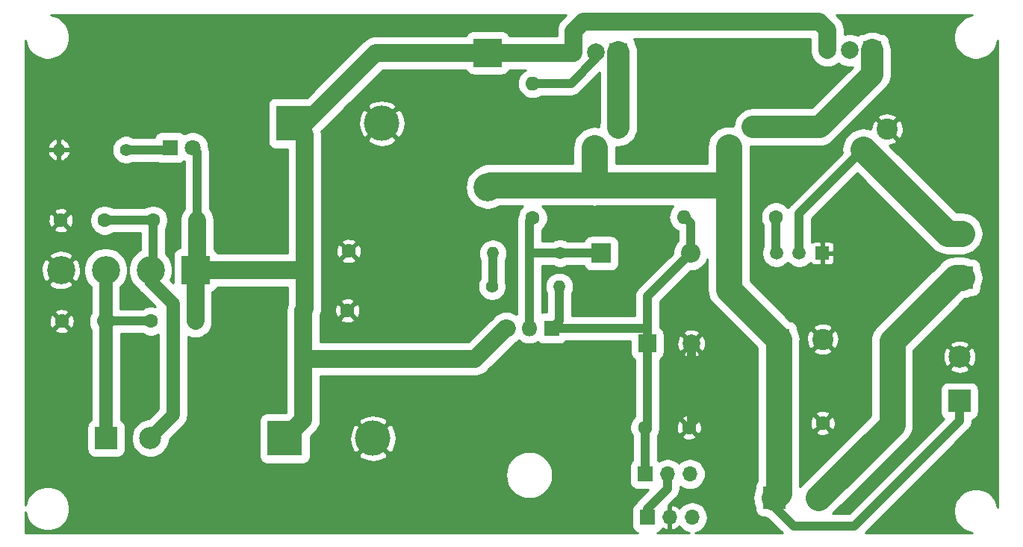
<source format=gtl>
%TF.GenerationSoftware,KiCad,Pcbnew,5.0.0-rc1-44a33f2~62~ubuntu16.04.1*%
%TF.CreationDate,2018-04-02T18:30:06+03:00*%
%TF.ProjectId,lm317_adj_supply,6C6D3331375F61646A5F737570706C79,rev?*%
%TF.SameCoordinates,Original*%
%TF.FileFunction,Copper,L1,Top,Signal*%
%TF.FilePolarity,Positive*%
%FSLAX46Y46*%
G04 Gerber Fmt 4.6, Leading zero omitted, Abs format (unit mm)*
G04 Created by KiCad (PCBNEW 5.0.0-rc1-44a33f2~62~ubuntu16.04.1) date Mon Apr  2 18:30:06 2018*
%MOMM*%
%LPD*%
G01*
G04 APERTURE LIST*
%ADD10C,1.600000*%
%ADD11O,1.600000X1.600000*%
%ADD12R,2.400000X2.400000*%
%ADD13C,2.400000*%
%ADD14C,1.500000*%
%ADD15R,1.500000X1.500000*%
%ADD16C,4.000000*%
%ADD17R,4.000000X4.000000*%
%ADD18O,2.200000X2.200000*%
%ADD19R,2.200000X2.200000*%
%ADD20R,2.000000X2.000000*%
%ADD21C,2.000000*%
%ADD22R,3.200000X3.200000*%
%ADD23O,3.200000X3.200000*%
%ADD24C,3.200000*%
%ADD25R,1.800000X1.800000*%
%ADD26C,1.800000*%
%ADD27C,2.500000*%
%ADD28R,2.500000X2.500000*%
%ADD29C,1.400000*%
%ADD30O,1.400000X1.400000*%
%ADD31R,1.700000X1.700000*%
%ADD32O,1.700000X1.700000*%
%ADD33O,1.800000X1.800000*%
%ADD34C,0.600000*%
%ADD35C,1.000000*%
%ADD36C,1.500000*%
%ADD37C,2.000000*%
%ADD38C,3.000000*%
%ADD39C,2.500000*%
%ADD40C,0.254000*%
G04 APERTURE END LIST*
D10*
X173574000Y-90400000D03*
D11*
X163160000Y-90400000D03*
X146000000Y-75260000D03*
D10*
X146000000Y-90500000D03*
D12*
X173902500Y-104282500D03*
D13*
X178902500Y-104282500D03*
D14*
X176230000Y-94500000D03*
X173630000Y-94500000D03*
D15*
X178830000Y-94500000D03*
D16*
X128902500Y-79782500D03*
D17*
X118902500Y-79782500D03*
D18*
X163910000Y-94532500D03*
D19*
X153750000Y-94532500D03*
D10*
X92602500Y-102232500D03*
X97602500Y-102232500D03*
X92502500Y-90782500D03*
X97502500Y-90782500D03*
X102752500Y-102232500D03*
X107752500Y-102232500D03*
X102952500Y-90782500D03*
X107952500Y-90782500D03*
X158750000Y-114282500D03*
X163750000Y-114282500D03*
D20*
X159000000Y-104750000D03*
D21*
X164000000Y-104750000D03*
D10*
X125000000Y-101032500D03*
X120000000Y-101032500D03*
D17*
X117902500Y-115532500D03*
D16*
X127902500Y-115532500D03*
D10*
X178902500Y-113782500D03*
X173902500Y-113782500D03*
X120152500Y-94282500D03*
X125152500Y-94282500D03*
D22*
X140902500Y-71782500D03*
D23*
X140902500Y-87022500D03*
D24*
X92512500Y-96432500D03*
X97592500Y-96432500D03*
X102672500Y-96432500D03*
D22*
X107752500Y-96432500D03*
D25*
X104902500Y-82532500D03*
D26*
X107442500Y-82532500D03*
D27*
X102652500Y-115500000D03*
D28*
X97652500Y-115500000D03*
X194652500Y-97282500D03*
D27*
X194652500Y-92282500D03*
D28*
X194402500Y-111282500D03*
D27*
X194402500Y-106282500D03*
X178402500Y-122282500D03*
D28*
X173402500Y-122282500D03*
D20*
X155750000Y-71750000D03*
D21*
X153210000Y-71750000D03*
X150670000Y-71750000D03*
X179420000Y-71500000D03*
X181960000Y-71500000D03*
D20*
X184500000Y-71500000D03*
D13*
X155700000Y-80282500D03*
X153000000Y-82582500D03*
D29*
X149120000Y-94532500D03*
D30*
X141500000Y-94532500D03*
D29*
X141402500Y-98282500D03*
D30*
X149022500Y-98282500D03*
D13*
X168250000Y-82500000D03*
X170950000Y-80200000D03*
D30*
X92282500Y-82782500D03*
D29*
X99902500Y-82782500D03*
D31*
X158750000Y-119582500D03*
D32*
X161290000Y-119582500D03*
X163830000Y-119582500D03*
X164080000Y-124500000D03*
X161540000Y-124500000D03*
D31*
X159000000Y-124500000D03*
D25*
X148152500Y-103032500D03*
D33*
X145612500Y-103032500D03*
X143072500Y-103032500D03*
D13*
X183500000Y-82750000D03*
X186200000Y-80450000D03*
D34*
X189067857Y-124805000D03*
X149067857Y-124805000D03*
X141067857Y-124805000D03*
X133067857Y-124805000D03*
X125067857Y-124805000D03*
X117067857Y-124805000D03*
X109067857Y-124805000D03*
X101067857Y-124805000D03*
X193067857Y-120805000D03*
X169067857Y-120805000D03*
X153067857Y-120805000D03*
X137067857Y-120805000D03*
X129067857Y-120805000D03*
X121067857Y-120805000D03*
X113067857Y-120805000D03*
X105067857Y-120805000D03*
X97067857Y-120805000D03*
X197067857Y-116805000D03*
X165067857Y-116805000D03*
X149067857Y-116805000D03*
X141067857Y-116805000D03*
X133067857Y-116805000D03*
X109067857Y-116805000D03*
X93067857Y-116805000D03*
X169067857Y-112805000D03*
X161067857Y-112805000D03*
X153067857Y-112805000D03*
X145067857Y-112805000D03*
X137067857Y-112805000D03*
X113067857Y-112805000D03*
X89067857Y-112805000D03*
X197067857Y-108805000D03*
X181067857Y-108805000D03*
X157067857Y-108805000D03*
X149067857Y-108805000D03*
X141067857Y-108805000D03*
X133067857Y-108805000D03*
X125067857Y-108805000D03*
X117067857Y-108805000D03*
X109067857Y-108805000D03*
X101067857Y-108805000D03*
X93067857Y-108805000D03*
X113067857Y-104805000D03*
X89067857Y-104805000D03*
X197067857Y-100805000D03*
X181067857Y-100805000D03*
X165067857Y-100805000D03*
X157067857Y-100805000D03*
X133067857Y-100805000D03*
X117067857Y-100805000D03*
X185067857Y-96805000D03*
X177067857Y-96805000D03*
X137067857Y-96805000D03*
X129067857Y-96805000D03*
X89067857Y-96805000D03*
X181067857Y-92805000D03*
X157067857Y-92805000D03*
X133067857Y-92805000D03*
X117067857Y-92805000D03*
X101067857Y-92805000D03*
X137067857Y-88805000D03*
X129067857Y-88805000D03*
X113067857Y-88805000D03*
X105067857Y-88805000D03*
X89067857Y-88805000D03*
X197067857Y-84805000D03*
X173067857Y-84805000D03*
X133067857Y-84805000D03*
X125067857Y-84805000D03*
X117067857Y-84805000D03*
X101067857Y-84805000D03*
X93067857Y-84805000D03*
X193067857Y-80805000D03*
X161067857Y-80805000D03*
X145067857Y-80805000D03*
X137067857Y-80805000D03*
X113067857Y-80805000D03*
X97067857Y-80805000D03*
X89067857Y-80805000D03*
X197067857Y-76805000D03*
X189067857Y-76805000D03*
X173067857Y-76805000D03*
X165067857Y-76805000D03*
X141067857Y-76805000D03*
X133067857Y-76805000D03*
X109067857Y-76805000D03*
X101067857Y-76805000D03*
X93067857Y-76805000D03*
X193067857Y-72805000D03*
X121067857Y-72805000D03*
X113067857Y-72805000D03*
X105067857Y-72805000D03*
X97067857Y-72805000D03*
X89067857Y-72805000D03*
X189067857Y-68805000D03*
X141067857Y-68805000D03*
X133067857Y-68805000D03*
X125067857Y-68805000D03*
X117067857Y-68805000D03*
X109067857Y-68805000D03*
X101067857Y-68805000D03*
D35*
X164000000Y-104750000D02*
X164000000Y-114032500D01*
X164000000Y-114032500D02*
X163750000Y-114282500D01*
D36*
X97592500Y-96432500D02*
X97592500Y-102222500D01*
D37*
X97592500Y-102222500D02*
X97602500Y-102232500D01*
D35*
X102752500Y-102232500D02*
X97602500Y-102232500D01*
D36*
X97652500Y-115500000D02*
X97652500Y-102282500D01*
X97652500Y-102282500D02*
X97602500Y-102232500D01*
X102750000Y-97750000D02*
X102750000Y-96510000D01*
X102750000Y-96510000D02*
X102672500Y-96432500D01*
X102652500Y-115500000D02*
X105250000Y-112902500D01*
X105250000Y-112902500D02*
X105250000Y-100250000D01*
X105250000Y-100250000D02*
X102750000Y-97750000D01*
D35*
X97502500Y-90782500D02*
X102952500Y-90782500D01*
X102952500Y-90782500D02*
X102952500Y-96152500D01*
X102952500Y-96152500D02*
X102672500Y-96432500D01*
D37*
X140902500Y-71782500D02*
X128217500Y-71782500D01*
X120217500Y-79782500D02*
X118902500Y-79782500D01*
X128217500Y-71782500D02*
X120217500Y-79782500D01*
X143072500Y-103032500D02*
X142967500Y-103032500D01*
X142967500Y-103032500D02*
X139500000Y-106500000D01*
X139500000Y-106500000D02*
X120000000Y-106500000D01*
D35*
X107952500Y-90782500D02*
X107952500Y-83042500D01*
X107952500Y-83042500D02*
X107442500Y-82532500D01*
D37*
X107752500Y-96432500D02*
X120085000Y-96432500D01*
X120085000Y-96432500D02*
X120152500Y-96500000D01*
X120152500Y-96500000D02*
X120152500Y-100880000D01*
X120152500Y-94282500D02*
X120152500Y-96500000D01*
X151750000Y-68250000D02*
X150670000Y-69330000D01*
X178500000Y-68250000D02*
X151750000Y-68250000D01*
X179420000Y-69170000D02*
X178500000Y-68250000D01*
X179420000Y-71500000D02*
X179420000Y-69170000D01*
X150670000Y-69330000D02*
X150670000Y-71750000D01*
X120000000Y-106500000D02*
X120000000Y-113435000D01*
X120000000Y-101032500D02*
X120000000Y-106500000D01*
X140902500Y-71782500D02*
X150637500Y-71782500D01*
X150637500Y-71782500D02*
X150670000Y-71750000D01*
X120000000Y-113435000D02*
X117902500Y-115532500D01*
X120152500Y-100880000D02*
X120000000Y-101032500D01*
X120152500Y-94282500D02*
X120152500Y-81032500D01*
X120152500Y-81032500D02*
X118902500Y-79782500D01*
X107752500Y-102232500D02*
X107752500Y-96432500D01*
X107952500Y-90782500D02*
X107952500Y-96232500D01*
X107952500Y-96232500D02*
X107752500Y-96432500D01*
D35*
X173574000Y-90400000D02*
X173574000Y-94444000D01*
X173574000Y-94444000D02*
X173630000Y-94500000D01*
X163910000Y-94532500D02*
X163910000Y-91150000D01*
X163910000Y-91150000D02*
X163160000Y-90400000D01*
X163942500Y-94500000D02*
X163910000Y-94532500D01*
X159000000Y-104750000D02*
X159000000Y-99442500D01*
X159000000Y-99442500D02*
X163910000Y-94532500D01*
X148152500Y-103032500D02*
X159000000Y-103032500D01*
X159000000Y-103032500D02*
X159000000Y-104750000D01*
X158750000Y-114282500D02*
X158750000Y-119582500D01*
X159000000Y-104750000D02*
X159000000Y-114032500D01*
X159000000Y-114032500D02*
X158750000Y-114282500D01*
X149022500Y-98282500D02*
X149022500Y-102162500D01*
X149022500Y-102162500D02*
X148152500Y-103032500D01*
X175600000Y-125500000D02*
X173402500Y-123302500D01*
X194402500Y-113532500D02*
X182435000Y-125500000D01*
X182435000Y-125500000D02*
X175600000Y-125500000D01*
X194402500Y-111282500D02*
X194402500Y-113532500D01*
X173402500Y-123302500D02*
X173402500Y-122282500D01*
D38*
X168250000Y-98630000D02*
X173902500Y-104282500D01*
X168250000Y-86750000D02*
X168250000Y-98630000D01*
X168250000Y-82500000D02*
X168250000Y-86750000D01*
X173902500Y-121782500D02*
X173402500Y-122282500D01*
X173902500Y-113782500D02*
X173902500Y-121782500D01*
X153000000Y-86772500D02*
X153022500Y-86750000D01*
X173902500Y-104282500D02*
X173902500Y-113782500D01*
X153000000Y-82582500D02*
X153000000Y-86772500D01*
X152977500Y-86750000D02*
X141175000Y-86750000D01*
X141175000Y-86750000D02*
X140902500Y-87022500D01*
X153000000Y-86772500D02*
X152977500Y-86750000D01*
X153022500Y-86750000D02*
X168250000Y-86750000D01*
D35*
X145612500Y-103032500D02*
X145612500Y-94500000D01*
X149120000Y-94532500D02*
X145645000Y-94532500D01*
X145612500Y-94500000D02*
X145612500Y-90887500D01*
X145645000Y-94532500D02*
X145612500Y-94500000D01*
X145612500Y-90887500D02*
X146000000Y-90500000D01*
X146000000Y-75260000D02*
X150340000Y-75260000D01*
X150340000Y-75260000D02*
X153210000Y-72390000D01*
X153210000Y-72390000D02*
X153210000Y-71750000D01*
X149120000Y-94532500D02*
X153750000Y-94532500D01*
X99902500Y-82782500D02*
X104652500Y-82782500D01*
X104652500Y-82782500D02*
X104902500Y-82532500D01*
D39*
X155700000Y-80282500D02*
X155750000Y-80232500D01*
X155750000Y-80232500D02*
X155750000Y-71750000D01*
X184500000Y-71500000D02*
X184500000Y-74250000D01*
X184500000Y-74250000D02*
X178550000Y-80200000D01*
X178550000Y-80200000D02*
X170950000Y-80200000D01*
D35*
X141500000Y-94532500D02*
X141500000Y-98185000D01*
X141500000Y-98185000D02*
X141402500Y-98282500D01*
X161290000Y-119582500D02*
X161290000Y-121210000D01*
X159000000Y-123500000D02*
X159000000Y-124500000D01*
X161290000Y-121210000D02*
X159000000Y-123500000D01*
D38*
X186750000Y-104500000D02*
X193967500Y-97282500D01*
X193967500Y-97282500D02*
X194652500Y-97282500D01*
X186750000Y-113935000D02*
X186750000Y-104500000D01*
X178402500Y-122282500D02*
X186750000Y-113935000D01*
X194652500Y-92282500D02*
X193032500Y-92282500D01*
X193032500Y-92282500D02*
X183500000Y-82750000D01*
D35*
X176230000Y-94500000D02*
X176230000Y-90020000D01*
X176230000Y-90020000D02*
X183500000Y-82750000D01*
D40*
G36*
X165823001Y-98510762D02*
X165811257Y-98630000D01*
X165858117Y-99105775D01*
X165996895Y-99563266D01*
X166075059Y-99709500D01*
X166222260Y-99984893D01*
X166348734Y-100139002D01*
X166439828Y-100250000D01*
X166525549Y-100354452D01*
X166618159Y-100430455D01*
X171475500Y-105287796D01*
X171475501Y-113663263D01*
X171475500Y-113663273D01*
X171475501Y-120396189D01*
X171377999Y-120514995D01*
X171291920Y-120676036D01*
X171238913Y-120850776D01*
X171221015Y-121032500D01*
X171221015Y-121215243D01*
X171149395Y-121349234D01*
X171010617Y-121806725D01*
X170963757Y-122282500D01*
X171010617Y-122758275D01*
X171149395Y-123215766D01*
X171221015Y-123349757D01*
X171221015Y-123532500D01*
X171238913Y-123714224D01*
X171291920Y-123888964D01*
X171377999Y-124050005D01*
X171493841Y-124191159D01*
X171634995Y-124307001D01*
X171796036Y-124393080D01*
X171970776Y-124446087D01*
X172152500Y-124463985D01*
X172335243Y-124463985D01*
X172469234Y-124535605D01*
X172682093Y-124600175D01*
X174329918Y-126248000D01*
X164439192Y-126248000D01*
X164763319Y-126149677D01*
X165072025Y-125984670D01*
X165342608Y-125762608D01*
X165564670Y-125492025D01*
X165729677Y-125183319D01*
X165831288Y-124848353D01*
X165865598Y-124500000D01*
X165831288Y-124151647D01*
X165729677Y-123816681D01*
X165564670Y-123507975D01*
X165342608Y-123237392D01*
X165072025Y-123015330D01*
X164763319Y-122850323D01*
X164428353Y-122748712D01*
X164167296Y-122723000D01*
X163992704Y-122723000D01*
X163731647Y-122748712D01*
X163396681Y-122850323D01*
X163087975Y-123015330D01*
X162817392Y-123237392D01*
X162614436Y-123484694D01*
X162540269Y-123402412D01*
X162306920Y-123228359D01*
X162044099Y-123103175D01*
X161896890Y-123058524D01*
X161667000Y-123179845D01*
X161667000Y-124373000D01*
X161687000Y-124373000D01*
X161687000Y-124627000D01*
X161667000Y-124627000D01*
X161667000Y-125820155D01*
X161896890Y-125941476D01*
X162044099Y-125896825D01*
X162306920Y-125771641D01*
X162540269Y-125597588D01*
X162614436Y-125515306D01*
X162817392Y-125762608D01*
X163087975Y-125984670D01*
X163396681Y-126149677D01*
X163720808Y-126248000D01*
X160083107Y-126248000D01*
X160206464Y-126210580D01*
X160367505Y-126124501D01*
X160508659Y-126008659D01*
X160624501Y-125867505D01*
X160703488Y-125719733D01*
X160773080Y-125771641D01*
X161035901Y-125896825D01*
X161183110Y-125941476D01*
X161413000Y-125820155D01*
X161413000Y-124627000D01*
X161393000Y-124627000D01*
X161393000Y-124373000D01*
X161413000Y-124373000D01*
X161413000Y-123179845D01*
X161364063Y-123154019D01*
X162249478Y-122268605D01*
X162303923Y-122223923D01*
X162348605Y-122169478D01*
X162348608Y-122169475D01*
X162482247Y-122006635D01*
X162497689Y-121977746D01*
X162614755Y-121758731D01*
X162696352Y-121489741D01*
X162717000Y-121280098D01*
X162717000Y-121280089D01*
X162723903Y-121210001D01*
X162717000Y-121139913D01*
X162717000Y-120967888D01*
X162837975Y-121067170D01*
X163146681Y-121232177D01*
X163481647Y-121333788D01*
X163742704Y-121359500D01*
X163917296Y-121359500D01*
X164178353Y-121333788D01*
X164513319Y-121232177D01*
X164822025Y-121067170D01*
X165092608Y-120845108D01*
X165314670Y-120574525D01*
X165479677Y-120265819D01*
X165581288Y-119930853D01*
X165615598Y-119582500D01*
X165581288Y-119234147D01*
X165479677Y-118899181D01*
X165314670Y-118590475D01*
X165092608Y-118319892D01*
X164822025Y-118097830D01*
X164513319Y-117932823D01*
X164178353Y-117831212D01*
X163917296Y-117805500D01*
X163742704Y-117805500D01*
X163481647Y-117831212D01*
X163146681Y-117932823D01*
X162837975Y-118097830D01*
X162567392Y-118319892D01*
X162560000Y-118328899D01*
X162552608Y-118319892D01*
X162282025Y-118097830D01*
X161973319Y-117932823D01*
X161638353Y-117831212D01*
X161377296Y-117805500D01*
X161202704Y-117805500D01*
X160941647Y-117831212D01*
X160606681Y-117932823D01*
X160297975Y-118097830D01*
X160286246Y-118107456D01*
X160258659Y-118073841D01*
X160177000Y-118006825D01*
X160177000Y-115275202D01*
X162936903Y-115275202D01*
X163008486Y-115519171D01*
X163263996Y-115640071D01*
X163538184Y-115708800D01*
X163820512Y-115722717D01*
X164100130Y-115681287D01*
X164366292Y-115586103D01*
X164491514Y-115519171D01*
X164563097Y-115275202D01*
X163750000Y-114462105D01*
X162936903Y-115275202D01*
X160177000Y-115275202D01*
X160177000Y-115255360D01*
X160280447Y-115100541D01*
X160410632Y-114786247D01*
X160477000Y-114452595D01*
X160477000Y-114353012D01*
X162309783Y-114353012D01*
X162351213Y-114632630D01*
X162446397Y-114898792D01*
X162513329Y-115024014D01*
X162757298Y-115095597D01*
X163570395Y-114282500D01*
X163929605Y-114282500D01*
X164742702Y-115095597D01*
X164986671Y-115024014D01*
X165107571Y-114768504D01*
X165176300Y-114494316D01*
X165190217Y-114211988D01*
X165148787Y-113932370D01*
X165053603Y-113666208D01*
X164986671Y-113540986D01*
X164742702Y-113469403D01*
X163929605Y-114282500D01*
X163570395Y-114282500D01*
X162757298Y-113469403D01*
X162513329Y-113540986D01*
X162392429Y-113796496D01*
X162323700Y-114070684D01*
X162309783Y-114353012D01*
X160477000Y-114353012D01*
X160477000Y-114112405D01*
X160427000Y-113861040D01*
X160427000Y-113289798D01*
X162936903Y-113289798D01*
X163750000Y-114102895D01*
X164563097Y-113289798D01*
X164491514Y-113045829D01*
X164236004Y-112924929D01*
X163961816Y-112856200D01*
X163679488Y-112842283D01*
X163399870Y-112883713D01*
X163133708Y-112978897D01*
X163008486Y-113045829D01*
X162936903Y-113289798D01*
X160427000Y-113289798D01*
X160427000Y-106572877D01*
X160517505Y-106524501D01*
X160658659Y-106408659D01*
X160774501Y-106267505D01*
X160860580Y-106106464D01*
X160913587Y-105931724D01*
X160918148Y-105885413D01*
X163044192Y-105885413D01*
X163139956Y-106149814D01*
X163429571Y-106290704D01*
X163741108Y-106372384D01*
X164062595Y-106391718D01*
X164381675Y-106347961D01*
X164686088Y-106242795D01*
X164860044Y-106149814D01*
X164955808Y-105885413D01*
X164000000Y-104929605D01*
X163044192Y-105885413D01*
X160918148Y-105885413D01*
X160931485Y-105750000D01*
X160931485Y-104812595D01*
X162358282Y-104812595D01*
X162402039Y-105131675D01*
X162507205Y-105436088D01*
X162600186Y-105610044D01*
X162864587Y-105705808D01*
X163820395Y-104750000D01*
X164179605Y-104750000D01*
X165135413Y-105705808D01*
X165399814Y-105610044D01*
X165540704Y-105320429D01*
X165622384Y-105008892D01*
X165641718Y-104687405D01*
X165597961Y-104368325D01*
X165492795Y-104063912D01*
X165399814Y-103889956D01*
X165135413Y-103794192D01*
X164179605Y-104750000D01*
X163820395Y-104750000D01*
X162864587Y-103794192D01*
X162600186Y-103889956D01*
X162459296Y-104179571D01*
X162377616Y-104491108D01*
X162358282Y-104812595D01*
X160931485Y-104812595D01*
X160931485Y-103750000D01*
X160918149Y-103614587D01*
X163044192Y-103614587D01*
X164000000Y-104570395D01*
X164955808Y-103614587D01*
X164860044Y-103350186D01*
X164570429Y-103209296D01*
X164258892Y-103127616D01*
X163937405Y-103108282D01*
X163618325Y-103152039D01*
X163313912Y-103257205D01*
X163139956Y-103350186D01*
X163044192Y-103614587D01*
X160918149Y-103614587D01*
X160913587Y-103568276D01*
X160860580Y-103393536D01*
X160774501Y-103232495D01*
X160658659Y-103091341D01*
X160517505Y-102975499D01*
X160427000Y-102927123D01*
X160427000Y-100033582D01*
X163901083Y-96559500D01*
X164009571Y-96559500D01*
X164307361Y-96530170D01*
X164689452Y-96414264D01*
X165041589Y-96226043D01*
X165350240Y-95972740D01*
X165603543Y-95664089D01*
X165791764Y-95311952D01*
X165823001Y-95208978D01*
X165823001Y-98510762D01*
X165823001Y-98510762D01*
G37*
X165823001Y-98510762D02*
X165811257Y-98630000D01*
X165858117Y-99105775D01*
X165996895Y-99563266D01*
X166075059Y-99709500D01*
X166222260Y-99984893D01*
X166348734Y-100139002D01*
X166439828Y-100250000D01*
X166525549Y-100354452D01*
X166618159Y-100430455D01*
X171475500Y-105287796D01*
X171475501Y-113663263D01*
X171475500Y-113663273D01*
X171475501Y-120396189D01*
X171377999Y-120514995D01*
X171291920Y-120676036D01*
X171238913Y-120850776D01*
X171221015Y-121032500D01*
X171221015Y-121215243D01*
X171149395Y-121349234D01*
X171010617Y-121806725D01*
X170963757Y-122282500D01*
X171010617Y-122758275D01*
X171149395Y-123215766D01*
X171221015Y-123349757D01*
X171221015Y-123532500D01*
X171238913Y-123714224D01*
X171291920Y-123888964D01*
X171377999Y-124050005D01*
X171493841Y-124191159D01*
X171634995Y-124307001D01*
X171796036Y-124393080D01*
X171970776Y-124446087D01*
X172152500Y-124463985D01*
X172335243Y-124463985D01*
X172469234Y-124535605D01*
X172682093Y-124600175D01*
X174329918Y-126248000D01*
X164439192Y-126248000D01*
X164763319Y-126149677D01*
X165072025Y-125984670D01*
X165342608Y-125762608D01*
X165564670Y-125492025D01*
X165729677Y-125183319D01*
X165831288Y-124848353D01*
X165865598Y-124500000D01*
X165831288Y-124151647D01*
X165729677Y-123816681D01*
X165564670Y-123507975D01*
X165342608Y-123237392D01*
X165072025Y-123015330D01*
X164763319Y-122850323D01*
X164428353Y-122748712D01*
X164167296Y-122723000D01*
X163992704Y-122723000D01*
X163731647Y-122748712D01*
X163396681Y-122850323D01*
X163087975Y-123015330D01*
X162817392Y-123237392D01*
X162614436Y-123484694D01*
X162540269Y-123402412D01*
X162306920Y-123228359D01*
X162044099Y-123103175D01*
X161896890Y-123058524D01*
X161667000Y-123179845D01*
X161667000Y-124373000D01*
X161687000Y-124373000D01*
X161687000Y-124627000D01*
X161667000Y-124627000D01*
X161667000Y-125820155D01*
X161896890Y-125941476D01*
X162044099Y-125896825D01*
X162306920Y-125771641D01*
X162540269Y-125597588D01*
X162614436Y-125515306D01*
X162817392Y-125762608D01*
X163087975Y-125984670D01*
X163396681Y-126149677D01*
X163720808Y-126248000D01*
X160083107Y-126248000D01*
X160206464Y-126210580D01*
X160367505Y-126124501D01*
X160508659Y-126008659D01*
X160624501Y-125867505D01*
X160703488Y-125719733D01*
X160773080Y-125771641D01*
X161035901Y-125896825D01*
X161183110Y-125941476D01*
X161413000Y-125820155D01*
X161413000Y-124627000D01*
X161393000Y-124627000D01*
X161393000Y-124373000D01*
X161413000Y-124373000D01*
X161413000Y-123179845D01*
X161364063Y-123154019D01*
X162249478Y-122268605D01*
X162303923Y-122223923D01*
X162348605Y-122169478D01*
X162348608Y-122169475D01*
X162482247Y-122006635D01*
X162497689Y-121977746D01*
X162614755Y-121758731D01*
X162696352Y-121489741D01*
X162717000Y-121280098D01*
X162717000Y-121280089D01*
X162723903Y-121210001D01*
X162717000Y-121139913D01*
X162717000Y-120967888D01*
X162837975Y-121067170D01*
X163146681Y-121232177D01*
X163481647Y-121333788D01*
X163742704Y-121359500D01*
X163917296Y-121359500D01*
X164178353Y-121333788D01*
X164513319Y-121232177D01*
X164822025Y-121067170D01*
X165092608Y-120845108D01*
X165314670Y-120574525D01*
X165479677Y-120265819D01*
X165581288Y-119930853D01*
X165615598Y-119582500D01*
X165581288Y-119234147D01*
X165479677Y-118899181D01*
X165314670Y-118590475D01*
X165092608Y-118319892D01*
X164822025Y-118097830D01*
X164513319Y-117932823D01*
X164178353Y-117831212D01*
X163917296Y-117805500D01*
X163742704Y-117805500D01*
X163481647Y-117831212D01*
X163146681Y-117932823D01*
X162837975Y-118097830D01*
X162567392Y-118319892D01*
X162560000Y-118328899D01*
X162552608Y-118319892D01*
X162282025Y-118097830D01*
X161973319Y-117932823D01*
X161638353Y-117831212D01*
X161377296Y-117805500D01*
X161202704Y-117805500D01*
X160941647Y-117831212D01*
X160606681Y-117932823D01*
X160297975Y-118097830D01*
X160286246Y-118107456D01*
X160258659Y-118073841D01*
X160177000Y-118006825D01*
X160177000Y-115275202D01*
X162936903Y-115275202D01*
X163008486Y-115519171D01*
X163263996Y-115640071D01*
X163538184Y-115708800D01*
X163820512Y-115722717D01*
X164100130Y-115681287D01*
X164366292Y-115586103D01*
X164491514Y-115519171D01*
X164563097Y-115275202D01*
X163750000Y-114462105D01*
X162936903Y-115275202D01*
X160177000Y-115275202D01*
X160177000Y-115255360D01*
X160280447Y-115100541D01*
X160410632Y-114786247D01*
X160477000Y-114452595D01*
X160477000Y-114353012D01*
X162309783Y-114353012D01*
X162351213Y-114632630D01*
X162446397Y-114898792D01*
X162513329Y-115024014D01*
X162757298Y-115095597D01*
X163570395Y-114282500D01*
X163929605Y-114282500D01*
X164742702Y-115095597D01*
X164986671Y-115024014D01*
X165107571Y-114768504D01*
X165176300Y-114494316D01*
X165190217Y-114211988D01*
X165148787Y-113932370D01*
X165053603Y-113666208D01*
X164986671Y-113540986D01*
X164742702Y-113469403D01*
X163929605Y-114282500D01*
X163570395Y-114282500D01*
X162757298Y-113469403D01*
X162513329Y-113540986D01*
X162392429Y-113796496D01*
X162323700Y-114070684D01*
X162309783Y-114353012D01*
X160477000Y-114353012D01*
X160477000Y-114112405D01*
X160427000Y-113861040D01*
X160427000Y-113289798D01*
X162936903Y-113289798D01*
X163750000Y-114102895D01*
X164563097Y-113289798D01*
X164491514Y-113045829D01*
X164236004Y-112924929D01*
X163961816Y-112856200D01*
X163679488Y-112842283D01*
X163399870Y-112883713D01*
X163133708Y-112978897D01*
X163008486Y-113045829D01*
X162936903Y-113289798D01*
X160427000Y-113289798D01*
X160427000Y-106572877D01*
X160517505Y-106524501D01*
X160658659Y-106408659D01*
X160774501Y-106267505D01*
X160860580Y-106106464D01*
X160913587Y-105931724D01*
X160918148Y-105885413D01*
X163044192Y-105885413D01*
X163139956Y-106149814D01*
X163429571Y-106290704D01*
X163741108Y-106372384D01*
X164062595Y-106391718D01*
X164381675Y-106347961D01*
X164686088Y-106242795D01*
X164860044Y-106149814D01*
X164955808Y-105885413D01*
X164000000Y-104929605D01*
X163044192Y-105885413D01*
X160918148Y-105885413D01*
X160931485Y-105750000D01*
X160931485Y-104812595D01*
X162358282Y-104812595D01*
X162402039Y-105131675D01*
X162507205Y-105436088D01*
X162600186Y-105610044D01*
X162864587Y-105705808D01*
X163820395Y-104750000D01*
X164179605Y-104750000D01*
X165135413Y-105705808D01*
X165399814Y-105610044D01*
X165540704Y-105320429D01*
X165622384Y-105008892D01*
X165641718Y-104687405D01*
X165597961Y-104368325D01*
X165492795Y-104063912D01*
X165399814Y-103889956D01*
X165135413Y-103794192D01*
X164179605Y-104750000D01*
X163820395Y-104750000D01*
X162864587Y-103794192D01*
X162600186Y-103889956D01*
X162459296Y-104179571D01*
X162377616Y-104491108D01*
X162358282Y-104812595D01*
X160931485Y-104812595D01*
X160931485Y-103750000D01*
X160918149Y-103614587D01*
X163044192Y-103614587D01*
X164000000Y-104570395D01*
X164955808Y-103614587D01*
X164860044Y-103350186D01*
X164570429Y-103209296D01*
X164258892Y-103127616D01*
X163937405Y-103108282D01*
X163618325Y-103152039D01*
X163313912Y-103257205D01*
X163139956Y-103350186D01*
X163044192Y-103614587D01*
X160918149Y-103614587D01*
X160913587Y-103568276D01*
X160860580Y-103393536D01*
X160774501Y-103232495D01*
X160658659Y-103091341D01*
X160517505Y-102975499D01*
X160427000Y-102927123D01*
X160427000Y-100033582D01*
X163901083Y-96559500D01*
X164009571Y-96559500D01*
X164307361Y-96530170D01*
X164689452Y-96414264D01*
X165041589Y-96226043D01*
X165350240Y-95972740D01*
X165603543Y-95664089D01*
X165791764Y-95311952D01*
X165823001Y-95208978D01*
X165823001Y-98510762D01*
G36*
X195512901Y-67570111D02*
X195053017Y-67760602D01*
X194639131Y-68037151D01*
X194287151Y-68389131D01*
X194010602Y-68803017D01*
X193820111Y-69262901D01*
X193723000Y-69751112D01*
X193723000Y-70248888D01*
X193820111Y-70737099D01*
X194010602Y-71196983D01*
X194287151Y-71610869D01*
X194639131Y-71962849D01*
X195053017Y-72239398D01*
X195512901Y-72429889D01*
X196001112Y-72527000D01*
X196498888Y-72527000D01*
X196987099Y-72429889D01*
X197446983Y-72239398D01*
X197860869Y-71962849D01*
X198212849Y-71610869D01*
X198489398Y-71196983D01*
X198679889Y-70737099D01*
X198748000Y-70394681D01*
X198748001Y-123355324D01*
X198679889Y-123012901D01*
X198489398Y-122553017D01*
X198212849Y-122139131D01*
X197860869Y-121787151D01*
X197446983Y-121510602D01*
X196987099Y-121320111D01*
X196498888Y-121223000D01*
X196001112Y-121223000D01*
X195512901Y-121320111D01*
X195053017Y-121510602D01*
X194639131Y-121787151D01*
X194287151Y-122139131D01*
X194010602Y-122553017D01*
X193820111Y-123012901D01*
X193723000Y-123501112D01*
X193723000Y-123998888D01*
X193820111Y-124487099D01*
X194010602Y-124946983D01*
X194287151Y-125360869D01*
X194639131Y-125712849D01*
X195053017Y-125989398D01*
X195512901Y-126179889D01*
X195855319Y-126248000D01*
X183705082Y-126248000D01*
X195361978Y-114591105D01*
X195416423Y-114546423D01*
X195461105Y-114491978D01*
X195461108Y-114491975D01*
X195594747Y-114329135D01*
X195594748Y-114329134D01*
X195727255Y-114081231D01*
X195784100Y-113893839D01*
X195808852Y-113812242D01*
X195814710Y-113752759D01*
X195829500Y-113602598D01*
X195829500Y-113602590D01*
X195836403Y-113532500D01*
X195829500Y-113462410D01*
X195829500Y-113446552D01*
X195834224Y-113446087D01*
X196008964Y-113393080D01*
X196170005Y-113307001D01*
X196311159Y-113191159D01*
X196427001Y-113050005D01*
X196513080Y-112888964D01*
X196566087Y-112714224D01*
X196583985Y-112532500D01*
X196583985Y-110032500D01*
X196566087Y-109850776D01*
X196513080Y-109676036D01*
X196427001Y-109514995D01*
X196311159Y-109373841D01*
X196170005Y-109257999D01*
X196008964Y-109171920D01*
X195834224Y-109118913D01*
X195652500Y-109101015D01*
X193152500Y-109101015D01*
X192970776Y-109118913D01*
X192796036Y-109171920D01*
X192634995Y-109257999D01*
X192493841Y-109373841D01*
X192377999Y-109514995D01*
X192291920Y-109676036D01*
X192238913Y-109850776D01*
X192221015Y-110032500D01*
X192221015Y-112532500D01*
X192238913Y-112714224D01*
X192291920Y-112888964D01*
X192377999Y-113050005D01*
X192493841Y-113191159D01*
X192621220Y-113295697D01*
X181843918Y-124073000D01*
X180044296Y-124073000D01*
X188381843Y-115735454D01*
X188474452Y-115659452D01*
X188777741Y-115289893D01*
X189003105Y-114868267D01*
X189049365Y-114715767D01*
X189141883Y-114410776D01*
X189188743Y-113935000D01*
X189177000Y-113815772D01*
X189177000Y-107596105D01*
X193268500Y-107596105D01*
X193394414Y-107886077D01*
X193726626Y-108051933D01*
X194084812Y-108149790D01*
X194455206Y-108175889D01*
X194823575Y-108129225D01*
X195175762Y-108011594D01*
X195410586Y-107886077D01*
X195536500Y-107596105D01*
X194402500Y-106462105D01*
X193268500Y-107596105D01*
X189177000Y-107596105D01*
X189177000Y-106335206D01*
X192509111Y-106335206D01*
X192555775Y-106703575D01*
X192673406Y-107055762D01*
X192798923Y-107290586D01*
X193088895Y-107416500D01*
X194222895Y-106282500D01*
X194582105Y-106282500D01*
X195716105Y-107416500D01*
X196006077Y-107290586D01*
X196171933Y-106958374D01*
X196269790Y-106600188D01*
X196295889Y-106229794D01*
X196249225Y-105861425D01*
X196131594Y-105509238D01*
X196006077Y-105274414D01*
X195716105Y-105148500D01*
X194582105Y-106282500D01*
X194222895Y-106282500D01*
X193088895Y-105148500D01*
X192798923Y-105274414D01*
X192633067Y-105606626D01*
X192535210Y-105964812D01*
X192509111Y-106335206D01*
X189177000Y-106335206D01*
X189177000Y-105505296D01*
X189713401Y-104968895D01*
X193268500Y-104968895D01*
X194402500Y-106102895D01*
X195536500Y-104968895D01*
X195410586Y-104678923D01*
X195078374Y-104513067D01*
X194720188Y-104415210D01*
X194349794Y-104389111D01*
X193981425Y-104435775D01*
X193629238Y-104553406D01*
X193394414Y-104678923D01*
X193268500Y-104968895D01*
X189713401Y-104968895D01*
X194994763Y-99687533D01*
X195128275Y-99674383D01*
X195585767Y-99535605D01*
X195719758Y-99463985D01*
X195902500Y-99463985D01*
X196084224Y-99446087D01*
X196258964Y-99393080D01*
X196420005Y-99307001D01*
X196561159Y-99191159D01*
X196677001Y-99050005D01*
X196763080Y-98888964D01*
X196816087Y-98714224D01*
X196833985Y-98532500D01*
X196833985Y-98349758D01*
X196905605Y-98215767D01*
X197044383Y-97758275D01*
X197091243Y-97282500D01*
X197044383Y-96806725D01*
X196905605Y-96349233D01*
X196833985Y-96215242D01*
X196833985Y-96032500D01*
X196816087Y-95850776D01*
X196763080Y-95676036D01*
X196677001Y-95514995D01*
X196561159Y-95373841D01*
X196420005Y-95257999D01*
X196258964Y-95171920D01*
X196084224Y-95118913D01*
X195902500Y-95101015D01*
X195719758Y-95101015D01*
X195585767Y-95029395D01*
X195128275Y-94890617D01*
X194771728Y-94855500D01*
X194086727Y-94855500D01*
X193967499Y-94843757D01*
X193491724Y-94890617D01*
X193385246Y-94922917D01*
X193034233Y-95029395D01*
X192612607Y-95254759D01*
X192243048Y-95558048D01*
X192167040Y-95650664D01*
X185118159Y-102699545D01*
X185025549Y-102775548D01*
X184722260Y-103145107D01*
X184621616Y-103333398D01*
X184496895Y-103566734D01*
X184358117Y-104024225D01*
X184311257Y-104500000D01*
X184323001Y-104619238D01*
X184323000Y-112929703D01*
X176602045Y-120650659D01*
X176374760Y-120927608D01*
X176329500Y-121012283D01*
X176329500Y-114775202D01*
X178089403Y-114775202D01*
X178160986Y-115019171D01*
X178416496Y-115140071D01*
X178690684Y-115208800D01*
X178973012Y-115222717D01*
X179252630Y-115181287D01*
X179518792Y-115086103D01*
X179644014Y-115019171D01*
X179715597Y-114775202D01*
X178902500Y-113962105D01*
X178089403Y-114775202D01*
X176329500Y-114775202D01*
X176329500Y-113853012D01*
X177462283Y-113853012D01*
X177503713Y-114132630D01*
X177598897Y-114398792D01*
X177665829Y-114524014D01*
X177909798Y-114595597D01*
X178722895Y-113782500D01*
X179082105Y-113782500D01*
X179895202Y-114595597D01*
X180139171Y-114524014D01*
X180260071Y-114268504D01*
X180328800Y-113994316D01*
X180342717Y-113711988D01*
X180301287Y-113432370D01*
X180206103Y-113166208D01*
X180139171Y-113040986D01*
X179895202Y-112969403D01*
X179082105Y-113782500D01*
X178722895Y-113782500D01*
X177909798Y-112969403D01*
X177665829Y-113040986D01*
X177544929Y-113296496D01*
X177476200Y-113570684D01*
X177462283Y-113853012D01*
X176329500Y-113853012D01*
X176329500Y-112789798D01*
X178089403Y-112789798D01*
X178902500Y-113602895D01*
X179715597Y-112789798D01*
X179644014Y-112545829D01*
X179388504Y-112424929D01*
X179114316Y-112356200D01*
X178831988Y-112342283D01*
X178552370Y-112383713D01*
X178286208Y-112478897D01*
X178160986Y-112545829D01*
X178089403Y-112789798D01*
X176329500Y-112789798D01*
X176329500Y-105560480D01*
X177804126Y-105560480D01*
X177924014Y-105845336D01*
X178247710Y-106006199D01*
X178596569Y-106100822D01*
X178957184Y-106125567D01*
X179315698Y-106079485D01*
X179658333Y-105964346D01*
X179880986Y-105845336D01*
X180000874Y-105560480D01*
X178902500Y-104462105D01*
X177804126Y-105560480D01*
X176329500Y-105560480D01*
X176329500Y-104401727D01*
X176335856Y-104337184D01*
X177059433Y-104337184D01*
X177105515Y-104695698D01*
X177220654Y-105038333D01*
X177339664Y-105260986D01*
X177624520Y-105380874D01*
X178722895Y-104282500D01*
X179082105Y-104282500D01*
X180180480Y-105380874D01*
X180465336Y-105260986D01*
X180626199Y-104937290D01*
X180720822Y-104588431D01*
X180745567Y-104227816D01*
X180699485Y-103869302D01*
X180584346Y-103526667D01*
X180465336Y-103304014D01*
X180180480Y-103184126D01*
X179082105Y-104282500D01*
X178722895Y-104282500D01*
X177624520Y-103184126D01*
X177339664Y-103304014D01*
X177178801Y-103627710D01*
X177084178Y-103976569D01*
X177059433Y-104337184D01*
X176335856Y-104337184D01*
X176341243Y-104282499D01*
X176294383Y-103806724D01*
X176155605Y-103349233D01*
X176053762Y-103158699D01*
X176033985Y-103121698D01*
X176033985Y-103082500D01*
X176026305Y-103004520D01*
X177804126Y-103004520D01*
X178902500Y-104102895D01*
X180000874Y-103004520D01*
X179880986Y-102719664D01*
X179557290Y-102558801D01*
X179208431Y-102464178D01*
X178847816Y-102439433D01*
X178489302Y-102485515D01*
X178146667Y-102600654D01*
X177924014Y-102719664D01*
X177804126Y-103004520D01*
X176026305Y-103004520D01*
X176016087Y-102900776D01*
X175963080Y-102726036D01*
X175877001Y-102564995D01*
X175761159Y-102423841D01*
X175620005Y-102307999D01*
X175458964Y-102221920D01*
X175284224Y-102168913D01*
X175214325Y-102162029D01*
X170677000Y-97624704D01*
X170677000Y-90229905D01*
X171847000Y-90229905D01*
X171847000Y-90570095D01*
X171913368Y-90903747D01*
X172043553Y-91218041D01*
X172147000Y-91372861D01*
X172147001Y-93700945D01*
X172143862Y-93705643D01*
X172017446Y-94010837D01*
X171953000Y-94334830D01*
X171953000Y-94665170D01*
X172017446Y-94989163D01*
X172143862Y-95294357D01*
X172327389Y-95569025D01*
X172560975Y-95802611D01*
X172835643Y-95986138D01*
X173140837Y-96112554D01*
X173464830Y-96177000D01*
X173795170Y-96177000D01*
X174119163Y-96112554D01*
X174424357Y-95986138D01*
X174699025Y-95802611D01*
X174930000Y-95571636D01*
X175160975Y-95802611D01*
X175435643Y-95986138D01*
X175740837Y-96112554D01*
X176064830Y-96177000D01*
X176395170Y-96177000D01*
X176719163Y-96112554D01*
X177024357Y-95986138D01*
X177299025Y-95802611D01*
X177530721Y-95570915D01*
X177586763Y-95654789D01*
X177675211Y-95743237D01*
X177779215Y-95812730D01*
X177894777Y-95860597D01*
X178017458Y-95885000D01*
X178544250Y-95885000D01*
X178703000Y-95726250D01*
X178703000Y-94627000D01*
X178957000Y-94627000D01*
X178957000Y-95726250D01*
X179115750Y-95885000D01*
X179642542Y-95885000D01*
X179765223Y-95860597D01*
X179880785Y-95812730D01*
X179984789Y-95743237D01*
X180073237Y-95654789D01*
X180142730Y-95550785D01*
X180190597Y-95435223D01*
X180215000Y-95312542D01*
X180215000Y-94785750D01*
X180056250Y-94627000D01*
X178957000Y-94627000D01*
X178703000Y-94627000D01*
X178683000Y-94627000D01*
X178683000Y-94373000D01*
X178703000Y-94373000D01*
X178703000Y-93273750D01*
X178957000Y-93273750D01*
X178957000Y-94373000D01*
X180056250Y-94373000D01*
X180215000Y-94214250D01*
X180215000Y-93687458D01*
X180190597Y-93564777D01*
X180142730Y-93449215D01*
X180073237Y-93345211D01*
X179984789Y-93256763D01*
X179880785Y-93187270D01*
X179765223Y-93139403D01*
X179642542Y-93115000D01*
X179115750Y-93115000D01*
X178957000Y-93273750D01*
X178703000Y-93273750D01*
X178544250Y-93115000D01*
X178017458Y-93115000D01*
X177894777Y-93139403D01*
X177779215Y-93187270D01*
X177675211Y-93256763D01*
X177657000Y-93274974D01*
X177657000Y-90611082D01*
X182792893Y-85475189D01*
X191232045Y-93914342D01*
X191308048Y-94006952D01*
X191677607Y-94310241D01*
X192032621Y-94500000D01*
X192099233Y-94535605D01*
X192556724Y-94674383D01*
X193032500Y-94721243D01*
X193151728Y-94709500D01*
X194771728Y-94709500D01*
X195128275Y-94674383D01*
X195585767Y-94535605D01*
X196007393Y-94310241D01*
X196376952Y-94006952D01*
X196680241Y-93637393D01*
X196905605Y-93215767D01*
X197044383Y-92758275D01*
X197091243Y-92282500D01*
X197044383Y-91806725D01*
X196905605Y-91349233D01*
X196680241Y-90927607D01*
X196376952Y-90558048D01*
X196007393Y-90254759D01*
X195585767Y-90029395D01*
X195128275Y-89890617D01*
X194771728Y-89855500D01*
X194037797Y-89855500D01*
X186450229Y-82267932D01*
X186613198Y-82246985D01*
X186955833Y-82131846D01*
X187178486Y-82012836D01*
X187298374Y-81727980D01*
X186200000Y-80629605D01*
X186185858Y-80643748D01*
X186006252Y-80464142D01*
X186020395Y-80450000D01*
X186379605Y-80450000D01*
X187477980Y-81548374D01*
X187762836Y-81428486D01*
X187923699Y-81104790D01*
X188018322Y-80755931D01*
X188043067Y-80395316D01*
X187996985Y-80036802D01*
X187881846Y-79694167D01*
X187762836Y-79471514D01*
X187477980Y-79351626D01*
X186379605Y-80450000D01*
X186020395Y-80450000D01*
X184922020Y-79351626D01*
X184637164Y-79471514D01*
X184476301Y-79795210D01*
X184381678Y-80144069D01*
X184359013Y-80474371D01*
X183975775Y-80358117D01*
X183500000Y-80311257D01*
X183024225Y-80358117D01*
X182566734Y-80496895D01*
X182145108Y-80722260D01*
X181775549Y-81025549D01*
X181472260Y-81395108D01*
X181246895Y-81816734D01*
X181108117Y-82274225D01*
X181061257Y-82750000D01*
X181098974Y-83132943D01*
X175270523Y-88961395D01*
X175216078Y-89006077D01*
X175171396Y-89060522D01*
X175171392Y-89060526D01*
X175066167Y-89188743D01*
X175037753Y-89223366D01*
X174960907Y-89367136D01*
X174915448Y-89299102D01*
X174674898Y-89058552D01*
X174392041Y-88869553D01*
X174077747Y-88739368D01*
X173744095Y-88673000D01*
X173403905Y-88673000D01*
X173070253Y-88739368D01*
X172755959Y-88869553D01*
X172473102Y-89058552D01*
X172232552Y-89299102D01*
X172043553Y-89581959D01*
X171913368Y-89896253D01*
X171847000Y-90229905D01*
X170677000Y-90229905D01*
X170677000Y-86869228D01*
X170688743Y-86750000D01*
X170677000Y-86630772D01*
X170677000Y-82380772D01*
X170674998Y-82360448D01*
X170843057Y-82377000D01*
X178443067Y-82377000D01*
X178550000Y-82387532D01*
X178656933Y-82377000D01*
X178656943Y-82377000D01*
X178976767Y-82345500D01*
X179387133Y-82221017D01*
X179765328Y-82018867D01*
X180096819Y-81746819D01*
X180164992Y-81663750D01*
X182656722Y-79172020D01*
X185101626Y-79172020D01*
X186200000Y-80270395D01*
X187298374Y-79172020D01*
X187178486Y-78887164D01*
X186854790Y-78726301D01*
X186505931Y-78631678D01*
X186145316Y-78606933D01*
X185786802Y-78653015D01*
X185444167Y-78768154D01*
X185221514Y-78887164D01*
X185101626Y-79172020D01*
X182656722Y-79172020D01*
X185963755Y-75864988D01*
X186046819Y-75796819D01*
X186114988Y-75713755D01*
X186114991Y-75713752D01*
X186318867Y-75465328D01*
X186521017Y-75087133D01*
X186645500Y-74676767D01*
X186666518Y-74463366D01*
X186677000Y-74356943D01*
X186677000Y-74356935D01*
X186687532Y-74250000D01*
X186677000Y-74143065D01*
X186677000Y-71393057D01*
X186645500Y-71073233D01*
X186521017Y-70662867D01*
X186430925Y-70494318D01*
X186413587Y-70318276D01*
X186360580Y-70143536D01*
X186274501Y-69982495D01*
X186158659Y-69841341D01*
X186017505Y-69725499D01*
X185856464Y-69639420D01*
X185681724Y-69586413D01*
X185505681Y-69569075D01*
X185337132Y-69478983D01*
X184926766Y-69354500D01*
X184500000Y-69312467D01*
X184073233Y-69354500D01*
X183662867Y-69478983D01*
X183494318Y-69569075D01*
X183318276Y-69586413D01*
X183143536Y-69639420D01*
X182982495Y-69725499D01*
X182888378Y-69802739D01*
X182872777Y-69792315D01*
X182522085Y-69647053D01*
X182149793Y-69573000D01*
X181770207Y-69573000D01*
X181397915Y-69647053D01*
X181347000Y-69668143D01*
X181347000Y-69264647D01*
X181356322Y-69169999D01*
X181347000Y-69075351D01*
X181347000Y-69075342D01*
X181319117Y-68792242D01*
X181208929Y-68429001D01*
X181029994Y-68094237D01*
X180789187Y-67800813D01*
X180715655Y-67740467D01*
X180477188Y-67502000D01*
X195855319Y-67502000D01*
X195512901Y-67570111D01*
X195512901Y-67570111D01*
G37*
X195512901Y-67570111D02*
X195053017Y-67760602D01*
X194639131Y-68037151D01*
X194287151Y-68389131D01*
X194010602Y-68803017D01*
X193820111Y-69262901D01*
X193723000Y-69751112D01*
X193723000Y-70248888D01*
X193820111Y-70737099D01*
X194010602Y-71196983D01*
X194287151Y-71610869D01*
X194639131Y-71962849D01*
X195053017Y-72239398D01*
X195512901Y-72429889D01*
X196001112Y-72527000D01*
X196498888Y-72527000D01*
X196987099Y-72429889D01*
X197446983Y-72239398D01*
X197860869Y-71962849D01*
X198212849Y-71610869D01*
X198489398Y-71196983D01*
X198679889Y-70737099D01*
X198748000Y-70394681D01*
X198748001Y-123355324D01*
X198679889Y-123012901D01*
X198489398Y-122553017D01*
X198212849Y-122139131D01*
X197860869Y-121787151D01*
X197446983Y-121510602D01*
X196987099Y-121320111D01*
X196498888Y-121223000D01*
X196001112Y-121223000D01*
X195512901Y-121320111D01*
X195053017Y-121510602D01*
X194639131Y-121787151D01*
X194287151Y-122139131D01*
X194010602Y-122553017D01*
X193820111Y-123012901D01*
X193723000Y-123501112D01*
X193723000Y-123998888D01*
X193820111Y-124487099D01*
X194010602Y-124946983D01*
X194287151Y-125360869D01*
X194639131Y-125712849D01*
X195053017Y-125989398D01*
X195512901Y-126179889D01*
X195855319Y-126248000D01*
X183705082Y-126248000D01*
X195361978Y-114591105D01*
X195416423Y-114546423D01*
X195461105Y-114491978D01*
X195461108Y-114491975D01*
X195594747Y-114329135D01*
X195594748Y-114329134D01*
X195727255Y-114081231D01*
X195784100Y-113893839D01*
X195808852Y-113812242D01*
X195814710Y-113752759D01*
X195829500Y-113602598D01*
X195829500Y-113602590D01*
X195836403Y-113532500D01*
X195829500Y-113462410D01*
X195829500Y-113446552D01*
X195834224Y-113446087D01*
X196008964Y-113393080D01*
X196170005Y-113307001D01*
X196311159Y-113191159D01*
X196427001Y-113050005D01*
X196513080Y-112888964D01*
X196566087Y-112714224D01*
X196583985Y-112532500D01*
X196583985Y-110032500D01*
X196566087Y-109850776D01*
X196513080Y-109676036D01*
X196427001Y-109514995D01*
X196311159Y-109373841D01*
X196170005Y-109257999D01*
X196008964Y-109171920D01*
X195834224Y-109118913D01*
X195652500Y-109101015D01*
X193152500Y-109101015D01*
X192970776Y-109118913D01*
X192796036Y-109171920D01*
X192634995Y-109257999D01*
X192493841Y-109373841D01*
X192377999Y-109514995D01*
X192291920Y-109676036D01*
X192238913Y-109850776D01*
X192221015Y-110032500D01*
X192221015Y-112532500D01*
X192238913Y-112714224D01*
X192291920Y-112888964D01*
X192377999Y-113050005D01*
X192493841Y-113191159D01*
X192621220Y-113295697D01*
X181843918Y-124073000D01*
X180044296Y-124073000D01*
X188381843Y-115735454D01*
X188474452Y-115659452D01*
X188777741Y-115289893D01*
X189003105Y-114868267D01*
X189049365Y-114715767D01*
X189141883Y-114410776D01*
X189188743Y-113935000D01*
X189177000Y-113815772D01*
X189177000Y-107596105D01*
X193268500Y-107596105D01*
X193394414Y-107886077D01*
X193726626Y-108051933D01*
X194084812Y-108149790D01*
X194455206Y-108175889D01*
X194823575Y-108129225D01*
X195175762Y-108011594D01*
X195410586Y-107886077D01*
X195536500Y-107596105D01*
X194402500Y-106462105D01*
X193268500Y-107596105D01*
X189177000Y-107596105D01*
X189177000Y-106335206D01*
X192509111Y-106335206D01*
X192555775Y-106703575D01*
X192673406Y-107055762D01*
X192798923Y-107290586D01*
X193088895Y-107416500D01*
X194222895Y-106282500D01*
X194582105Y-106282500D01*
X195716105Y-107416500D01*
X196006077Y-107290586D01*
X196171933Y-106958374D01*
X196269790Y-106600188D01*
X196295889Y-106229794D01*
X196249225Y-105861425D01*
X196131594Y-105509238D01*
X196006077Y-105274414D01*
X195716105Y-105148500D01*
X194582105Y-106282500D01*
X194222895Y-106282500D01*
X193088895Y-105148500D01*
X192798923Y-105274414D01*
X192633067Y-105606626D01*
X192535210Y-105964812D01*
X192509111Y-106335206D01*
X189177000Y-106335206D01*
X189177000Y-105505296D01*
X189713401Y-104968895D01*
X193268500Y-104968895D01*
X194402500Y-106102895D01*
X195536500Y-104968895D01*
X195410586Y-104678923D01*
X195078374Y-104513067D01*
X194720188Y-104415210D01*
X194349794Y-104389111D01*
X193981425Y-104435775D01*
X193629238Y-104553406D01*
X193394414Y-104678923D01*
X193268500Y-104968895D01*
X189713401Y-104968895D01*
X194994763Y-99687533D01*
X195128275Y-99674383D01*
X195585767Y-99535605D01*
X195719758Y-99463985D01*
X195902500Y-99463985D01*
X196084224Y-99446087D01*
X196258964Y-99393080D01*
X196420005Y-99307001D01*
X196561159Y-99191159D01*
X196677001Y-99050005D01*
X196763080Y-98888964D01*
X196816087Y-98714224D01*
X196833985Y-98532500D01*
X196833985Y-98349758D01*
X196905605Y-98215767D01*
X197044383Y-97758275D01*
X197091243Y-97282500D01*
X197044383Y-96806725D01*
X196905605Y-96349233D01*
X196833985Y-96215242D01*
X196833985Y-96032500D01*
X196816087Y-95850776D01*
X196763080Y-95676036D01*
X196677001Y-95514995D01*
X196561159Y-95373841D01*
X196420005Y-95257999D01*
X196258964Y-95171920D01*
X196084224Y-95118913D01*
X195902500Y-95101015D01*
X195719758Y-95101015D01*
X195585767Y-95029395D01*
X195128275Y-94890617D01*
X194771728Y-94855500D01*
X194086727Y-94855500D01*
X193967499Y-94843757D01*
X193491724Y-94890617D01*
X193385246Y-94922917D01*
X193034233Y-95029395D01*
X192612607Y-95254759D01*
X192243048Y-95558048D01*
X192167040Y-95650664D01*
X185118159Y-102699545D01*
X185025549Y-102775548D01*
X184722260Y-103145107D01*
X184621616Y-103333398D01*
X184496895Y-103566734D01*
X184358117Y-104024225D01*
X184311257Y-104500000D01*
X184323001Y-104619238D01*
X184323000Y-112929703D01*
X176602045Y-120650659D01*
X176374760Y-120927608D01*
X176329500Y-121012283D01*
X176329500Y-114775202D01*
X178089403Y-114775202D01*
X178160986Y-115019171D01*
X178416496Y-115140071D01*
X178690684Y-115208800D01*
X178973012Y-115222717D01*
X179252630Y-115181287D01*
X179518792Y-115086103D01*
X179644014Y-115019171D01*
X179715597Y-114775202D01*
X178902500Y-113962105D01*
X178089403Y-114775202D01*
X176329500Y-114775202D01*
X176329500Y-113853012D01*
X177462283Y-113853012D01*
X177503713Y-114132630D01*
X177598897Y-114398792D01*
X177665829Y-114524014D01*
X177909798Y-114595597D01*
X178722895Y-113782500D01*
X179082105Y-113782500D01*
X179895202Y-114595597D01*
X180139171Y-114524014D01*
X180260071Y-114268504D01*
X180328800Y-113994316D01*
X180342717Y-113711988D01*
X180301287Y-113432370D01*
X180206103Y-113166208D01*
X180139171Y-113040986D01*
X179895202Y-112969403D01*
X179082105Y-113782500D01*
X178722895Y-113782500D01*
X177909798Y-112969403D01*
X177665829Y-113040986D01*
X177544929Y-113296496D01*
X177476200Y-113570684D01*
X177462283Y-113853012D01*
X176329500Y-113853012D01*
X176329500Y-112789798D01*
X178089403Y-112789798D01*
X178902500Y-113602895D01*
X179715597Y-112789798D01*
X179644014Y-112545829D01*
X179388504Y-112424929D01*
X179114316Y-112356200D01*
X178831988Y-112342283D01*
X178552370Y-112383713D01*
X178286208Y-112478897D01*
X178160986Y-112545829D01*
X178089403Y-112789798D01*
X176329500Y-112789798D01*
X176329500Y-105560480D01*
X177804126Y-105560480D01*
X177924014Y-105845336D01*
X178247710Y-106006199D01*
X178596569Y-106100822D01*
X178957184Y-106125567D01*
X179315698Y-106079485D01*
X179658333Y-105964346D01*
X179880986Y-105845336D01*
X180000874Y-105560480D01*
X178902500Y-104462105D01*
X177804126Y-105560480D01*
X176329500Y-105560480D01*
X176329500Y-104401727D01*
X176335856Y-104337184D01*
X177059433Y-104337184D01*
X177105515Y-104695698D01*
X177220654Y-105038333D01*
X177339664Y-105260986D01*
X177624520Y-105380874D01*
X178722895Y-104282500D01*
X179082105Y-104282500D01*
X180180480Y-105380874D01*
X180465336Y-105260986D01*
X180626199Y-104937290D01*
X180720822Y-104588431D01*
X180745567Y-104227816D01*
X180699485Y-103869302D01*
X180584346Y-103526667D01*
X180465336Y-103304014D01*
X180180480Y-103184126D01*
X179082105Y-104282500D01*
X178722895Y-104282500D01*
X177624520Y-103184126D01*
X177339664Y-103304014D01*
X177178801Y-103627710D01*
X177084178Y-103976569D01*
X177059433Y-104337184D01*
X176335856Y-104337184D01*
X176341243Y-104282499D01*
X176294383Y-103806724D01*
X176155605Y-103349233D01*
X176053762Y-103158699D01*
X176033985Y-103121698D01*
X176033985Y-103082500D01*
X176026305Y-103004520D01*
X177804126Y-103004520D01*
X178902500Y-104102895D01*
X180000874Y-103004520D01*
X179880986Y-102719664D01*
X179557290Y-102558801D01*
X179208431Y-102464178D01*
X178847816Y-102439433D01*
X178489302Y-102485515D01*
X178146667Y-102600654D01*
X177924014Y-102719664D01*
X177804126Y-103004520D01*
X176026305Y-103004520D01*
X176016087Y-102900776D01*
X175963080Y-102726036D01*
X175877001Y-102564995D01*
X175761159Y-102423841D01*
X175620005Y-102307999D01*
X175458964Y-102221920D01*
X175284224Y-102168913D01*
X175214325Y-102162029D01*
X170677000Y-97624704D01*
X170677000Y-90229905D01*
X171847000Y-90229905D01*
X171847000Y-90570095D01*
X171913368Y-90903747D01*
X172043553Y-91218041D01*
X172147000Y-91372861D01*
X172147001Y-93700945D01*
X172143862Y-93705643D01*
X172017446Y-94010837D01*
X171953000Y-94334830D01*
X171953000Y-94665170D01*
X172017446Y-94989163D01*
X172143862Y-95294357D01*
X172327389Y-95569025D01*
X172560975Y-95802611D01*
X172835643Y-95986138D01*
X173140837Y-96112554D01*
X173464830Y-96177000D01*
X173795170Y-96177000D01*
X174119163Y-96112554D01*
X174424357Y-95986138D01*
X174699025Y-95802611D01*
X174930000Y-95571636D01*
X175160975Y-95802611D01*
X175435643Y-95986138D01*
X175740837Y-96112554D01*
X176064830Y-96177000D01*
X176395170Y-96177000D01*
X176719163Y-96112554D01*
X177024357Y-95986138D01*
X177299025Y-95802611D01*
X177530721Y-95570915D01*
X177586763Y-95654789D01*
X177675211Y-95743237D01*
X177779215Y-95812730D01*
X177894777Y-95860597D01*
X178017458Y-95885000D01*
X178544250Y-95885000D01*
X178703000Y-95726250D01*
X178703000Y-94627000D01*
X178957000Y-94627000D01*
X178957000Y-95726250D01*
X179115750Y-95885000D01*
X179642542Y-95885000D01*
X179765223Y-95860597D01*
X179880785Y-95812730D01*
X179984789Y-95743237D01*
X180073237Y-95654789D01*
X180142730Y-95550785D01*
X180190597Y-95435223D01*
X180215000Y-95312542D01*
X180215000Y-94785750D01*
X180056250Y-94627000D01*
X178957000Y-94627000D01*
X178703000Y-94627000D01*
X178683000Y-94627000D01*
X178683000Y-94373000D01*
X178703000Y-94373000D01*
X178703000Y-93273750D01*
X178957000Y-93273750D01*
X178957000Y-94373000D01*
X180056250Y-94373000D01*
X180215000Y-94214250D01*
X180215000Y-93687458D01*
X180190597Y-93564777D01*
X180142730Y-93449215D01*
X180073237Y-93345211D01*
X179984789Y-93256763D01*
X179880785Y-93187270D01*
X179765223Y-93139403D01*
X179642542Y-93115000D01*
X179115750Y-93115000D01*
X178957000Y-93273750D01*
X178703000Y-93273750D01*
X178544250Y-93115000D01*
X178017458Y-93115000D01*
X177894777Y-93139403D01*
X177779215Y-93187270D01*
X177675211Y-93256763D01*
X177657000Y-93274974D01*
X177657000Y-90611082D01*
X182792893Y-85475189D01*
X191232045Y-93914342D01*
X191308048Y-94006952D01*
X191677607Y-94310241D01*
X192032621Y-94500000D01*
X192099233Y-94535605D01*
X192556724Y-94674383D01*
X193032500Y-94721243D01*
X193151728Y-94709500D01*
X194771728Y-94709500D01*
X195128275Y-94674383D01*
X195585767Y-94535605D01*
X196007393Y-94310241D01*
X196376952Y-94006952D01*
X196680241Y-93637393D01*
X196905605Y-93215767D01*
X197044383Y-92758275D01*
X197091243Y-92282500D01*
X197044383Y-91806725D01*
X196905605Y-91349233D01*
X196680241Y-90927607D01*
X196376952Y-90558048D01*
X196007393Y-90254759D01*
X195585767Y-90029395D01*
X195128275Y-89890617D01*
X194771728Y-89855500D01*
X194037797Y-89855500D01*
X186450229Y-82267932D01*
X186613198Y-82246985D01*
X186955833Y-82131846D01*
X187178486Y-82012836D01*
X187298374Y-81727980D01*
X186200000Y-80629605D01*
X186185858Y-80643748D01*
X186006252Y-80464142D01*
X186020395Y-80450000D01*
X186379605Y-80450000D01*
X187477980Y-81548374D01*
X187762836Y-81428486D01*
X187923699Y-81104790D01*
X188018322Y-80755931D01*
X188043067Y-80395316D01*
X187996985Y-80036802D01*
X187881846Y-79694167D01*
X187762836Y-79471514D01*
X187477980Y-79351626D01*
X186379605Y-80450000D01*
X186020395Y-80450000D01*
X184922020Y-79351626D01*
X184637164Y-79471514D01*
X184476301Y-79795210D01*
X184381678Y-80144069D01*
X184359013Y-80474371D01*
X183975775Y-80358117D01*
X183500000Y-80311257D01*
X183024225Y-80358117D01*
X182566734Y-80496895D01*
X182145108Y-80722260D01*
X181775549Y-81025549D01*
X181472260Y-81395108D01*
X181246895Y-81816734D01*
X181108117Y-82274225D01*
X181061257Y-82750000D01*
X181098974Y-83132943D01*
X175270523Y-88961395D01*
X175216078Y-89006077D01*
X175171396Y-89060522D01*
X175171392Y-89060526D01*
X175066167Y-89188743D01*
X175037753Y-89223366D01*
X174960907Y-89367136D01*
X174915448Y-89299102D01*
X174674898Y-89058552D01*
X174392041Y-88869553D01*
X174077747Y-88739368D01*
X173744095Y-88673000D01*
X173403905Y-88673000D01*
X173070253Y-88739368D01*
X172755959Y-88869553D01*
X172473102Y-89058552D01*
X172232552Y-89299102D01*
X172043553Y-89581959D01*
X171913368Y-89896253D01*
X171847000Y-90229905D01*
X170677000Y-90229905D01*
X170677000Y-86869228D01*
X170688743Y-86750000D01*
X170677000Y-86630772D01*
X170677000Y-82380772D01*
X170674998Y-82360448D01*
X170843057Y-82377000D01*
X178443067Y-82377000D01*
X178550000Y-82387532D01*
X178656933Y-82377000D01*
X178656943Y-82377000D01*
X178976767Y-82345500D01*
X179387133Y-82221017D01*
X179765328Y-82018867D01*
X180096819Y-81746819D01*
X180164992Y-81663750D01*
X182656722Y-79172020D01*
X185101626Y-79172020D01*
X186200000Y-80270395D01*
X187298374Y-79172020D01*
X187178486Y-78887164D01*
X186854790Y-78726301D01*
X186505931Y-78631678D01*
X186145316Y-78606933D01*
X185786802Y-78653015D01*
X185444167Y-78768154D01*
X185221514Y-78887164D01*
X185101626Y-79172020D01*
X182656722Y-79172020D01*
X185963755Y-75864988D01*
X186046819Y-75796819D01*
X186114988Y-75713755D01*
X186114991Y-75713752D01*
X186318867Y-75465328D01*
X186521017Y-75087133D01*
X186645500Y-74676767D01*
X186666518Y-74463366D01*
X186677000Y-74356943D01*
X186677000Y-74356935D01*
X186687532Y-74250000D01*
X186677000Y-74143065D01*
X186677000Y-71393057D01*
X186645500Y-71073233D01*
X186521017Y-70662867D01*
X186430925Y-70494318D01*
X186413587Y-70318276D01*
X186360580Y-70143536D01*
X186274501Y-69982495D01*
X186158659Y-69841341D01*
X186017505Y-69725499D01*
X185856464Y-69639420D01*
X185681724Y-69586413D01*
X185505681Y-69569075D01*
X185337132Y-69478983D01*
X184926766Y-69354500D01*
X184500000Y-69312467D01*
X184073233Y-69354500D01*
X183662867Y-69478983D01*
X183494318Y-69569075D01*
X183318276Y-69586413D01*
X183143536Y-69639420D01*
X182982495Y-69725499D01*
X182888378Y-69802739D01*
X182872777Y-69792315D01*
X182522085Y-69647053D01*
X182149793Y-69573000D01*
X181770207Y-69573000D01*
X181397915Y-69647053D01*
X181347000Y-69668143D01*
X181347000Y-69264647D01*
X181356322Y-69169999D01*
X181347000Y-69075351D01*
X181347000Y-69075342D01*
X181319117Y-68792242D01*
X181208929Y-68429001D01*
X181029994Y-68094237D01*
X180789187Y-67800813D01*
X180715655Y-67740467D01*
X180477188Y-67502000D01*
X195855319Y-67502000D01*
X195512901Y-67570111D01*
G36*
X149374340Y-67900471D02*
X149300813Y-67960813D01*
X149060006Y-68254237D01*
X148881071Y-68589002D01*
X148770883Y-68952243D01*
X148743000Y-69235343D01*
X148743000Y-69235352D01*
X148733678Y-69330000D01*
X148743000Y-69424648D01*
X148743000Y-69855500D01*
X143372018Y-69855500D01*
X143363080Y-69826036D01*
X143277001Y-69664995D01*
X143161159Y-69523841D01*
X143020005Y-69407999D01*
X142858964Y-69321920D01*
X142684224Y-69268913D01*
X142502500Y-69251015D01*
X139302500Y-69251015D01*
X139120776Y-69268913D01*
X138946036Y-69321920D01*
X138784995Y-69407999D01*
X138643841Y-69523841D01*
X138527999Y-69664995D01*
X138441920Y-69826036D01*
X138432982Y-69855500D01*
X128312147Y-69855500D01*
X128217499Y-69846178D01*
X128122851Y-69855500D01*
X128122842Y-69855500D01*
X127839742Y-69883383D01*
X127476501Y-69993571D01*
X127141737Y-70172506D01*
X126848313Y-70413313D01*
X126787972Y-70486839D01*
X120423796Y-76851015D01*
X116902500Y-76851015D01*
X116720776Y-76868913D01*
X116546036Y-76921920D01*
X116384995Y-77007999D01*
X116243841Y-77123841D01*
X116127999Y-77264995D01*
X116041920Y-77426036D01*
X115988913Y-77600776D01*
X115971015Y-77782500D01*
X115971015Y-81782500D01*
X115988913Y-81964224D01*
X116041920Y-82138964D01*
X116127999Y-82300005D01*
X116243841Y-82441159D01*
X116384995Y-82557001D01*
X116546036Y-82643080D01*
X116720776Y-82696087D01*
X116902500Y-82713985D01*
X118225501Y-82713985D01*
X118225500Y-94187842D01*
X118225500Y-94505500D01*
X110222018Y-94505500D01*
X110213080Y-94476036D01*
X110127001Y-94314995D01*
X110011159Y-94173841D01*
X109879500Y-94065791D01*
X109879500Y-90687842D01*
X109851617Y-90404742D01*
X109741429Y-90041501D01*
X109562494Y-89706737D01*
X109379500Y-89483758D01*
X109379500Y-83112590D01*
X109386403Y-83042500D01*
X109379500Y-82972410D01*
X109379500Y-82972402D01*
X109358852Y-82762759D01*
X109277255Y-82493769D01*
X109269500Y-82479260D01*
X109269500Y-82352556D01*
X109199289Y-81999584D01*
X109061566Y-81667091D01*
X108861624Y-81367855D01*
X108607145Y-81113376D01*
X108307909Y-80913434D01*
X107975416Y-80775711D01*
X107622444Y-80705500D01*
X107262556Y-80705500D01*
X106909584Y-80775711D01*
X106577091Y-80913434D01*
X106470199Y-80984856D01*
X106461159Y-80973841D01*
X106320005Y-80857999D01*
X106158964Y-80771920D01*
X105984224Y-80718913D01*
X105802500Y-80701015D01*
X104002500Y-80701015D01*
X103820776Y-80718913D01*
X103646036Y-80771920D01*
X103484995Y-80857999D01*
X103343841Y-80973841D01*
X103227999Y-81114995D01*
X103141920Y-81276036D01*
X103117815Y-81355500D01*
X100695365Y-81355500D01*
X100673173Y-81340672D01*
X100377078Y-81218025D01*
X100062745Y-81155500D01*
X99742255Y-81155500D01*
X99427922Y-81218025D01*
X99131827Y-81340672D01*
X98865348Y-81518727D01*
X98638727Y-81745348D01*
X98460672Y-82011827D01*
X98338025Y-82307922D01*
X98275500Y-82622255D01*
X98275500Y-82942745D01*
X98338025Y-83257078D01*
X98460672Y-83553173D01*
X98638727Y-83819652D01*
X98865348Y-84046273D01*
X99131827Y-84224328D01*
X99427922Y-84346975D01*
X99742255Y-84409500D01*
X100062745Y-84409500D01*
X100377078Y-84346975D01*
X100673173Y-84224328D01*
X100695365Y-84209500D01*
X103489670Y-84209500D01*
X103646036Y-84293080D01*
X103820776Y-84346087D01*
X104002500Y-84363985D01*
X105802500Y-84363985D01*
X105984224Y-84346087D01*
X106158964Y-84293080D01*
X106320005Y-84207001D01*
X106461159Y-84091159D01*
X106470199Y-84080144D01*
X106525501Y-84117095D01*
X106525500Y-89483758D01*
X106342506Y-89706737D01*
X106163571Y-90041502D01*
X106053383Y-90404743D01*
X106025500Y-90687843D01*
X106025501Y-93913523D01*
X105970776Y-93918913D01*
X105796036Y-93971920D01*
X105634995Y-94057999D01*
X105493841Y-94173841D01*
X105377999Y-94314995D01*
X105291920Y-94476036D01*
X105238913Y-94650776D01*
X105221015Y-94832500D01*
X105221015Y-97849379D01*
X104938030Y-97566395D01*
X105102389Y-97169599D01*
X105199500Y-96681388D01*
X105199500Y-96183612D01*
X105102389Y-95695401D01*
X104911898Y-95235517D01*
X104635349Y-94821631D01*
X104379500Y-94565782D01*
X104379500Y-91755360D01*
X104482947Y-91600541D01*
X104613132Y-91286247D01*
X104679500Y-90952595D01*
X104679500Y-90612405D01*
X104613132Y-90278753D01*
X104482947Y-89964459D01*
X104293948Y-89681602D01*
X104053398Y-89441052D01*
X103770541Y-89252053D01*
X103456247Y-89121868D01*
X103122595Y-89055500D01*
X102782405Y-89055500D01*
X102448753Y-89121868D01*
X102134459Y-89252053D01*
X101979640Y-89355500D01*
X98475360Y-89355500D01*
X98320541Y-89252053D01*
X98006247Y-89121868D01*
X97672595Y-89055500D01*
X97332405Y-89055500D01*
X96998753Y-89121868D01*
X96684459Y-89252053D01*
X96401602Y-89441052D01*
X96161052Y-89681602D01*
X95972053Y-89964459D01*
X95841868Y-90278753D01*
X95775500Y-90612405D01*
X95775500Y-90952595D01*
X95841868Y-91286247D01*
X95972053Y-91600541D01*
X96161052Y-91883398D01*
X96401602Y-92123948D01*
X96684459Y-92312947D01*
X96998753Y-92443132D01*
X97332405Y-92509500D01*
X97672595Y-92509500D01*
X98006247Y-92443132D01*
X98320541Y-92312947D01*
X98475360Y-92209500D01*
X101525500Y-92209500D01*
X101525501Y-94172398D01*
X101475517Y-94193102D01*
X101061631Y-94469651D01*
X100709651Y-94821631D01*
X100433102Y-95235517D01*
X100242611Y-95695401D01*
X100145500Y-96183612D01*
X100145500Y-96681388D01*
X100242611Y-97169599D01*
X100433102Y-97629483D01*
X100709651Y-98043369D01*
X101061631Y-98395349D01*
X101266633Y-98532327D01*
X101348879Y-98686198D01*
X101558444Y-98941556D01*
X101622445Y-98994080D01*
X103186324Y-100557959D01*
X102922595Y-100505500D01*
X102582405Y-100505500D01*
X102248753Y-100571868D01*
X101934459Y-100702053D01*
X101779640Y-100805500D01*
X99269500Y-100805500D01*
X99269500Y-98329218D01*
X99555349Y-98043369D01*
X99831898Y-97629483D01*
X100022389Y-97169599D01*
X100119500Y-96681388D01*
X100119500Y-96183612D01*
X100022389Y-95695401D01*
X99831898Y-95235517D01*
X99555349Y-94821631D01*
X99203369Y-94469651D01*
X98789483Y-94193102D01*
X98329599Y-94002611D01*
X97841388Y-93905500D01*
X97343612Y-93905500D01*
X96855401Y-94002611D01*
X96395517Y-94193102D01*
X95981631Y-94469651D01*
X95629651Y-94821631D01*
X95353102Y-95235517D01*
X95162611Y-95695401D01*
X95065500Y-96183612D01*
X95065500Y-96681388D01*
X95162611Y-97169599D01*
X95353102Y-97629483D01*
X95629651Y-98043369D01*
X95915500Y-98329218D01*
X95915501Y-101272096D01*
X95803571Y-101481502D01*
X95693384Y-101844742D01*
X95656178Y-102222500D01*
X95693384Y-102600258D01*
X95803571Y-102963498D01*
X95975501Y-103285156D01*
X95975500Y-113427123D01*
X95884995Y-113475499D01*
X95743841Y-113591341D01*
X95627999Y-113732495D01*
X95541920Y-113893536D01*
X95488913Y-114068276D01*
X95471015Y-114250000D01*
X95471015Y-116750000D01*
X95488913Y-116931724D01*
X95541920Y-117106464D01*
X95627999Y-117267505D01*
X95743841Y-117408659D01*
X95884995Y-117524501D01*
X96046036Y-117610580D01*
X96220776Y-117663587D01*
X96402500Y-117681485D01*
X98902500Y-117681485D01*
X99084224Y-117663587D01*
X99258964Y-117610580D01*
X99420005Y-117524501D01*
X99561159Y-117408659D01*
X99677001Y-117267505D01*
X99763080Y-117106464D01*
X99816087Y-116931724D01*
X99833985Y-116750000D01*
X99833985Y-114250000D01*
X99816087Y-114068276D01*
X99763080Y-113893536D01*
X99677001Y-113732495D01*
X99561159Y-113591341D01*
X99420005Y-113475499D01*
X99329500Y-113427123D01*
X99329500Y-103659500D01*
X101779640Y-103659500D01*
X101934459Y-103762947D01*
X102248753Y-103893132D01*
X102582405Y-103959500D01*
X102922595Y-103959500D01*
X103256247Y-103893132D01*
X103570541Y-103762947D01*
X103573001Y-103761303D01*
X103573000Y-112207864D01*
X102457865Y-113323000D01*
X102438084Y-113323000D01*
X102017492Y-113406660D01*
X101621304Y-113570767D01*
X101264743Y-113809013D01*
X100961513Y-114112243D01*
X100723267Y-114468804D01*
X100559160Y-114864992D01*
X100475500Y-115285584D01*
X100475500Y-115714416D01*
X100559160Y-116135008D01*
X100723267Y-116531196D01*
X100961513Y-116887757D01*
X101264743Y-117190987D01*
X101621304Y-117429233D01*
X102017492Y-117593340D01*
X102438084Y-117677000D01*
X102866916Y-117677000D01*
X103287508Y-117593340D01*
X103683696Y-117429233D01*
X104040257Y-117190987D01*
X104343487Y-116887757D01*
X104581733Y-116531196D01*
X104745840Y-116135008D01*
X104829500Y-115714416D01*
X104829500Y-115694635D01*
X106377562Y-114146574D01*
X106441556Y-114094056D01*
X106651121Y-113838699D01*
X106806842Y-113547365D01*
X106833579Y-113459225D01*
X106902735Y-113231250D01*
X106935114Y-112902500D01*
X106927000Y-112820117D01*
X106927000Y-103976262D01*
X107011501Y-104021429D01*
X107374742Y-104131617D01*
X107752500Y-104168823D01*
X108130257Y-104131617D01*
X108493498Y-104021429D01*
X108828263Y-103842494D01*
X109121687Y-103601687D01*
X109362494Y-103308263D01*
X109541429Y-102973499D01*
X109651617Y-102610258D01*
X109679500Y-102327158D01*
X109679500Y-98902018D01*
X109708964Y-98893080D01*
X109870005Y-98807001D01*
X110011159Y-98691159D01*
X110127001Y-98550005D01*
X110213080Y-98388964D01*
X110222018Y-98359500D01*
X118225500Y-98359500D01*
X118225501Y-100264506D01*
X118211071Y-100291502D01*
X118100883Y-100654743D01*
X118073000Y-100937843D01*
X118073000Y-100937852D01*
X118063678Y-101032500D01*
X118073000Y-101127148D01*
X118073001Y-106405332D01*
X118063677Y-106500000D01*
X118073000Y-106594658D01*
X118073001Y-112601015D01*
X115902500Y-112601015D01*
X115720776Y-112618913D01*
X115546036Y-112671920D01*
X115384995Y-112757999D01*
X115243841Y-112873841D01*
X115127999Y-113014995D01*
X115041920Y-113176036D01*
X114988913Y-113350776D01*
X114971015Y-113532500D01*
X114971015Y-117532500D01*
X114988913Y-117714224D01*
X115041920Y-117888964D01*
X115127999Y-118050005D01*
X115243841Y-118191159D01*
X115384995Y-118307001D01*
X115546036Y-118393080D01*
X115720776Y-118446087D01*
X115902500Y-118463985D01*
X119902500Y-118463985D01*
X120084224Y-118446087D01*
X120258964Y-118393080D01*
X120420005Y-118307001D01*
X120561159Y-118191159D01*
X120677001Y-118050005D01*
X120763080Y-117888964D01*
X120816087Y-117714224D01*
X120833985Y-117532500D01*
X120833985Y-117379999D01*
X126234606Y-117379999D01*
X126450728Y-117746758D01*
X126910605Y-117987438D01*
X127408598Y-118133775D01*
X127925571Y-118180148D01*
X128441659Y-118124773D01*
X128937026Y-117969779D01*
X129354272Y-117746758D01*
X129570394Y-117379999D01*
X127902500Y-115712105D01*
X126234606Y-117379999D01*
X120833985Y-117379999D01*
X120833985Y-115555571D01*
X125254852Y-115555571D01*
X125310227Y-116071659D01*
X125465221Y-116567026D01*
X125688242Y-116984272D01*
X126055001Y-117200394D01*
X127722895Y-115532500D01*
X128082105Y-115532500D01*
X129749999Y-117200394D01*
X130116758Y-116984272D01*
X130357438Y-116524395D01*
X130503775Y-116026402D01*
X130550148Y-115509429D01*
X130494773Y-114993341D01*
X130339779Y-114497974D01*
X130116758Y-114080728D01*
X129749999Y-113864606D01*
X128082105Y-115532500D01*
X127722895Y-115532500D01*
X126055001Y-113864606D01*
X125688242Y-114080728D01*
X125447562Y-114540605D01*
X125301225Y-115038598D01*
X125254852Y-115555571D01*
X120833985Y-115555571D01*
X120833985Y-115326205D01*
X121295665Y-114864525D01*
X121369187Y-114804187D01*
X121429525Y-114730665D01*
X121429528Y-114730662D01*
X121609993Y-114510764D01*
X121616830Y-114497974D01*
X121788929Y-114175999D01*
X121820876Y-114070684D01*
X121899117Y-113812759D01*
X121911699Y-113685001D01*
X126234606Y-113685001D01*
X127902500Y-115352895D01*
X129570394Y-113685001D01*
X129354272Y-113318242D01*
X128894395Y-113077562D01*
X128396402Y-112931225D01*
X127879429Y-112884852D01*
X127363341Y-112940227D01*
X126867974Y-113095221D01*
X126450728Y-113318242D01*
X126234606Y-113685001D01*
X121911699Y-113685001D01*
X121918850Y-113612405D01*
X121927000Y-113529658D01*
X121927000Y-113529650D01*
X121936322Y-113435000D01*
X121927000Y-113340350D01*
X121927000Y-108427000D01*
X139405352Y-108427000D01*
X139500000Y-108436322D01*
X139594648Y-108427000D01*
X139594658Y-108427000D01*
X139877758Y-108399117D01*
X140240999Y-108288929D01*
X140575763Y-108109994D01*
X140869187Y-107869187D01*
X140929529Y-107795660D01*
X144007407Y-104717783D01*
X144148263Y-104642494D01*
X144421315Y-104418406D01*
X144592562Y-104558945D01*
X144909954Y-104728595D01*
X145254345Y-104833065D01*
X145522745Y-104859500D01*
X145702255Y-104859500D01*
X145970655Y-104833065D01*
X146315046Y-104728595D01*
X146587233Y-104583107D01*
X146593841Y-104591159D01*
X146734995Y-104707001D01*
X146896036Y-104793080D01*
X147070776Y-104846087D01*
X147252500Y-104863985D01*
X149052500Y-104863985D01*
X149234224Y-104846087D01*
X149408964Y-104793080D01*
X149570005Y-104707001D01*
X149711159Y-104591159D01*
X149819209Y-104459500D01*
X157068515Y-104459500D01*
X157068515Y-105750000D01*
X157086413Y-105931724D01*
X157139420Y-106106464D01*
X157225499Y-106267505D01*
X157341341Y-106408659D01*
X157482495Y-106524501D01*
X157573000Y-106572877D01*
X157573001Y-113017153D01*
X157408552Y-113181602D01*
X157219553Y-113464459D01*
X157089368Y-113778753D01*
X157023000Y-114112405D01*
X157023000Y-114452595D01*
X157089368Y-114786247D01*
X157219553Y-115100541D01*
X157323000Y-115255361D01*
X157323001Y-118006825D01*
X157241341Y-118073841D01*
X157125499Y-118214995D01*
X157039420Y-118376036D01*
X156986413Y-118550776D01*
X156968515Y-118732500D01*
X156968515Y-120432500D01*
X156986413Y-120614224D01*
X157039420Y-120788964D01*
X157125499Y-120950005D01*
X157241341Y-121091159D01*
X157382495Y-121207001D01*
X157543536Y-121293080D01*
X157718276Y-121346087D01*
X157900000Y-121363985D01*
X159117933Y-121363985D01*
X158040523Y-122441395D01*
X157986077Y-122486078D01*
X157941395Y-122540523D01*
X157941392Y-122540526D01*
X157856552Y-122643904D01*
X157807752Y-122703367D01*
X157749044Y-122813202D01*
X157632495Y-122875499D01*
X157491341Y-122991341D01*
X157375499Y-123132495D01*
X157289420Y-123293536D01*
X157236413Y-123468276D01*
X157218515Y-123650000D01*
X157218515Y-125350000D01*
X157236413Y-125531724D01*
X157289420Y-125706464D01*
X157375499Y-125867505D01*
X157491341Y-126008659D01*
X157632495Y-126124501D01*
X157793536Y-126210580D01*
X157916893Y-126248000D01*
X88502000Y-126248000D01*
X88502000Y-123894681D01*
X88570111Y-124237099D01*
X88760602Y-124696983D01*
X89037151Y-125110869D01*
X89389131Y-125462849D01*
X89803017Y-125739398D01*
X90262901Y-125929889D01*
X90751112Y-126027000D01*
X91248888Y-126027000D01*
X91737099Y-125929889D01*
X92196983Y-125739398D01*
X92610869Y-125462849D01*
X92962849Y-125110869D01*
X93239398Y-124696983D01*
X93429889Y-124237099D01*
X93527000Y-123748888D01*
X93527000Y-123251112D01*
X93429889Y-122762901D01*
X93239398Y-122303017D01*
X92962849Y-121889131D01*
X92610869Y-121537151D01*
X92196983Y-121260602D01*
X91737099Y-121070111D01*
X91248888Y-120973000D01*
X90751112Y-120973000D01*
X90262901Y-121070111D01*
X89803017Y-121260602D01*
X89389131Y-121537151D01*
X89037151Y-121889131D01*
X88760602Y-122303017D01*
X88570111Y-122762901D01*
X88502000Y-123105319D01*
X88502000Y-119692500D01*
X142922548Y-119692500D01*
X142974235Y-120217284D01*
X143127308Y-120721900D01*
X143375887Y-121186957D01*
X143710417Y-121594583D01*
X144118043Y-121929113D01*
X144583100Y-122177692D01*
X145087716Y-122330765D01*
X145480997Y-122369500D01*
X145744003Y-122369500D01*
X146137284Y-122330765D01*
X146641900Y-122177692D01*
X147106957Y-121929113D01*
X147514583Y-121594583D01*
X147849113Y-121186957D01*
X148097692Y-120721900D01*
X148250765Y-120217284D01*
X148302452Y-119692500D01*
X148250765Y-119167716D01*
X148097692Y-118663100D01*
X147849113Y-118198043D01*
X147514583Y-117790417D01*
X147106957Y-117455887D01*
X146641900Y-117207308D01*
X146137284Y-117054235D01*
X145744003Y-117015500D01*
X145480997Y-117015500D01*
X145087716Y-117054235D01*
X144583100Y-117207308D01*
X144118043Y-117455887D01*
X143710417Y-117790417D01*
X143375887Y-118198043D01*
X143127308Y-118663100D01*
X142974235Y-119167716D01*
X142922548Y-119692500D01*
X88502000Y-119692500D01*
X88502000Y-103225202D01*
X91789403Y-103225202D01*
X91860986Y-103469171D01*
X92116496Y-103590071D01*
X92390684Y-103658800D01*
X92673012Y-103672717D01*
X92952630Y-103631287D01*
X93218792Y-103536103D01*
X93344014Y-103469171D01*
X93415597Y-103225202D01*
X92602500Y-102412105D01*
X91789403Y-103225202D01*
X88502000Y-103225202D01*
X88502000Y-102303012D01*
X91162283Y-102303012D01*
X91203713Y-102582630D01*
X91298897Y-102848792D01*
X91365829Y-102974014D01*
X91609798Y-103045597D01*
X92422895Y-102232500D01*
X92782105Y-102232500D01*
X93595202Y-103045597D01*
X93839171Y-102974014D01*
X93960071Y-102718504D01*
X94028800Y-102444316D01*
X94042717Y-102161988D01*
X94001287Y-101882370D01*
X93906103Y-101616208D01*
X93839171Y-101490986D01*
X93595202Y-101419403D01*
X92782105Y-102232500D01*
X92422895Y-102232500D01*
X91609798Y-101419403D01*
X91365829Y-101490986D01*
X91244929Y-101746496D01*
X91176200Y-102020684D01*
X91162283Y-102303012D01*
X88502000Y-102303012D01*
X88502000Y-101239798D01*
X91789403Y-101239798D01*
X92602500Y-102052895D01*
X93415597Y-101239798D01*
X93344014Y-100995829D01*
X93088504Y-100874929D01*
X92814316Y-100806200D01*
X92531988Y-100792283D01*
X92252370Y-100833713D01*
X91986208Y-100928897D01*
X91860986Y-100995829D01*
X91789403Y-101239798D01*
X88502000Y-101239798D01*
X88502000Y-97995345D01*
X91129261Y-97995345D01*
X91297302Y-98321143D01*
X91689107Y-98521926D01*
X92112555Y-98642414D01*
X92551373Y-98677976D01*
X92988697Y-98627246D01*
X93407721Y-98492174D01*
X93727698Y-98321143D01*
X93895739Y-97995345D01*
X92512500Y-96612105D01*
X91129261Y-97995345D01*
X88502000Y-97995345D01*
X88502000Y-96471373D01*
X90267024Y-96471373D01*
X90317754Y-96908697D01*
X90452826Y-97327721D01*
X90623857Y-97647698D01*
X90949655Y-97815739D01*
X92332895Y-96432500D01*
X92692105Y-96432500D01*
X94075345Y-97815739D01*
X94401143Y-97647698D01*
X94601926Y-97255893D01*
X94722414Y-96832445D01*
X94757976Y-96393627D01*
X94707246Y-95956303D01*
X94572174Y-95537279D01*
X94401143Y-95217302D01*
X94075345Y-95049261D01*
X92692105Y-96432500D01*
X92332895Y-96432500D01*
X90949655Y-95049261D01*
X90623857Y-95217302D01*
X90423074Y-95609107D01*
X90302586Y-96032555D01*
X90267024Y-96471373D01*
X88502000Y-96471373D01*
X88502000Y-94869655D01*
X91129261Y-94869655D01*
X92512500Y-96252895D01*
X93895739Y-94869655D01*
X93727698Y-94543857D01*
X93335893Y-94343074D01*
X92912445Y-94222586D01*
X92473627Y-94187024D01*
X92036303Y-94237754D01*
X91617279Y-94372826D01*
X91297302Y-94543857D01*
X91129261Y-94869655D01*
X88502000Y-94869655D01*
X88502000Y-91775202D01*
X91689403Y-91775202D01*
X91760986Y-92019171D01*
X92016496Y-92140071D01*
X92290684Y-92208800D01*
X92573012Y-92222717D01*
X92852630Y-92181287D01*
X93118792Y-92086103D01*
X93244014Y-92019171D01*
X93315597Y-91775202D01*
X92502500Y-90962105D01*
X91689403Y-91775202D01*
X88502000Y-91775202D01*
X88502000Y-90853012D01*
X91062283Y-90853012D01*
X91103713Y-91132630D01*
X91198897Y-91398792D01*
X91265829Y-91524014D01*
X91509798Y-91595597D01*
X92322895Y-90782500D01*
X92682105Y-90782500D01*
X93495202Y-91595597D01*
X93739171Y-91524014D01*
X93860071Y-91268504D01*
X93928800Y-90994316D01*
X93942717Y-90711988D01*
X93901287Y-90432370D01*
X93806103Y-90166208D01*
X93739171Y-90040986D01*
X93495202Y-89969403D01*
X92682105Y-90782500D01*
X92322895Y-90782500D01*
X91509798Y-89969403D01*
X91265829Y-90040986D01*
X91144929Y-90296496D01*
X91076200Y-90570684D01*
X91062283Y-90853012D01*
X88502000Y-90853012D01*
X88502000Y-89789798D01*
X91689403Y-89789798D01*
X92502500Y-90602895D01*
X93315597Y-89789798D01*
X93244014Y-89545829D01*
X92988504Y-89424929D01*
X92714316Y-89356200D01*
X92431988Y-89342283D01*
X92152370Y-89383713D01*
X91886208Y-89478897D01*
X91760986Y-89545829D01*
X91689403Y-89789798D01*
X88502000Y-89789798D01*
X88502000Y-83115829D01*
X90989784Y-83115829D01*
X91022453Y-83223544D01*
X91132708Y-83460892D01*
X91287149Y-83672170D01*
X91479840Y-83849259D01*
X91703377Y-83985353D01*
X91949170Y-84075222D01*
X92155500Y-83952701D01*
X92155500Y-82909500D01*
X92409500Y-82909500D01*
X92409500Y-83952701D01*
X92615830Y-84075222D01*
X92861623Y-83985353D01*
X93085160Y-83849259D01*
X93277851Y-83672170D01*
X93432292Y-83460892D01*
X93542547Y-83223544D01*
X93575216Y-83115829D01*
X93451874Y-82909500D01*
X92409500Y-82909500D01*
X92155500Y-82909500D01*
X91113126Y-82909500D01*
X90989784Y-83115829D01*
X88502000Y-83115829D01*
X88502000Y-82449171D01*
X90989784Y-82449171D01*
X91113126Y-82655500D01*
X92155500Y-82655500D01*
X92155500Y-81612299D01*
X92409500Y-81612299D01*
X92409500Y-82655500D01*
X93451874Y-82655500D01*
X93575216Y-82449171D01*
X93542547Y-82341456D01*
X93432292Y-82104108D01*
X93277851Y-81892830D01*
X93085160Y-81715741D01*
X92861623Y-81579647D01*
X92615830Y-81489778D01*
X92409500Y-81612299D01*
X92155500Y-81612299D01*
X91949170Y-81489778D01*
X91703377Y-81579647D01*
X91479840Y-81715741D01*
X91287149Y-81892830D01*
X91132708Y-82104108D01*
X91022453Y-82341456D01*
X90989784Y-82449171D01*
X88502000Y-82449171D01*
X88502000Y-70394681D01*
X88570111Y-70737099D01*
X88760602Y-71196983D01*
X89037151Y-71610869D01*
X89389131Y-71962849D01*
X89803017Y-72239398D01*
X90262901Y-72429889D01*
X90751112Y-72527000D01*
X91248888Y-72527000D01*
X91737099Y-72429889D01*
X92196983Y-72239398D01*
X92610869Y-71962849D01*
X92962849Y-71610869D01*
X93239398Y-71196983D01*
X93429889Y-70737099D01*
X93527000Y-70248888D01*
X93527000Y-69751112D01*
X93429889Y-69262901D01*
X93239398Y-68803017D01*
X92962849Y-68389131D01*
X92610869Y-68037151D01*
X92196983Y-67760602D01*
X91737099Y-67570111D01*
X91394681Y-67502000D01*
X149772811Y-67502000D01*
X149374340Y-67900471D01*
X149374340Y-67900471D01*
G37*
X149374340Y-67900471D02*
X149300813Y-67960813D01*
X149060006Y-68254237D01*
X148881071Y-68589002D01*
X148770883Y-68952243D01*
X148743000Y-69235343D01*
X148743000Y-69235352D01*
X148733678Y-69330000D01*
X148743000Y-69424648D01*
X148743000Y-69855500D01*
X143372018Y-69855500D01*
X143363080Y-69826036D01*
X143277001Y-69664995D01*
X143161159Y-69523841D01*
X143020005Y-69407999D01*
X142858964Y-69321920D01*
X142684224Y-69268913D01*
X142502500Y-69251015D01*
X139302500Y-69251015D01*
X139120776Y-69268913D01*
X138946036Y-69321920D01*
X138784995Y-69407999D01*
X138643841Y-69523841D01*
X138527999Y-69664995D01*
X138441920Y-69826036D01*
X138432982Y-69855500D01*
X128312147Y-69855500D01*
X128217499Y-69846178D01*
X128122851Y-69855500D01*
X128122842Y-69855500D01*
X127839742Y-69883383D01*
X127476501Y-69993571D01*
X127141737Y-70172506D01*
X126848313Y-70413313D01*
X126787972Y-70486839D01*
X120423796Y-76851015D01*
X116902500Y-76851015D01*
X116720776Y-76868913D01*
X116546036Y-76921920D01*
X116384995Y-77007999D01*
X116243841Y-77123841D01*
X116127999Y-77264995D01*
X116041920Y-77426036D01*
X115988913Y-77600776D01*
X115971015Y-77782500D01*
X115971015Y-81782500D01*
X115988913Y-81964224D01*
X116041920Y-82138964D01*
X116127999Y-82300005D01*
X116243841Y-82441159D01*
X116384995Y-82557001D01*
X116546036Y-82643080D01*
X116720776Y-82696087D01*
X116902500Y-82713985D01*
X118225501Y-82713985D01*
X118225500Y-94187842D01*
X118225500Y-94505500D01*
X110222018Y-94505500D01*
X110213080Y-94476036D01*
X110127001Y-94314995D01*
X110011159Y-94173841D01*
X109879500Y-94065791D01*
X109879500Y-90687842D01*
X109851617Y-90404742D01*
X109741429Y-90041501D01*
X109562494Y-89706737D01*
X109379500Y-89483758D01*
X109379500Y-83112590D01*
X109386403Y-83042500D01*
X109379500Y-82972410D01*
X109379500Y-82972402D01*
X109358852Y-82762759D01*
X109277255Y-82493769D01*
X109269500Y-82479260D01*
X109269500Y-82352556D01*
X109199289Y-81999584D01*
X109061566Y-81667091D01*
X108861624Y-81367855D01*
X108607145Y-81113376D01*
X108307909Y-80913434D01*
X107975416Y-80775711D01*
X107622444Y-80705500D01*
X107262556Y-80705500D01*
X106909584Y-80775711D01*
X106577091Y-80913434D01*
X106470199Y-80984856D01*
X106461159Y-80973841D01*
X106320005Y-80857999D01*
X106158964Y-80771920D01*
X105984224Y-80718913D01*
X105802500Y-80701015D01*
X104002500Y-80701015D01*
X103820776Y-80718913D01*
X103646036Y-80771920D01*
X103484995Y-80857999D01*
X103343841Y-80973841D01*
X103227999Y-81114995D01*
X103141920Y-81276036D01*
X103117815Y-81355500D01*
X100695365Y-81355500D01*
X100673173Y-81340672D01*
X100377078Y-81218025D01*
X100062745Y-81155500D01*
X99742255Y-81155500D01*
X99427922Y-81218025D01*
X99131827Y-81340672D01*
X98865348Y-81518727D01*
X98638727Y-81745348D01*
X98460672Y-82011827D01*
X98338025Y-82307922D01*
X98275500Y-82622255D01*
X98275500Y-82942745D01*
X98338025Y-83257078D01*
X98460672Y-83553173D01*
X98638727Y-83819652D01*
X98865348Y-84046273D01*
X99131827Y-84224328D01*
X99427922Y-84346975D01*
X99742255Y-84409500D01*
X100062745Y-84409500D01*
X100377078Y-84346975D01*
X100673173Y-84224328D01*
X100695365Y-84209500D01*
X103489670Y-84209500D01*
X103646036Y-84293080D01*
X103820776Y-84346087D01*
X104002500Y-84363985D01*
X105802500Y-84363985D01*
X105984224Y-84346087D01*
X106158964Y-84293080D01*
X106320005Y-84207001D01*
X106461159Y-84091159D01*
X106470199Y-84080144D01*
X106525501Y-84117095D01*
X106525500Y-89483758D01*
X106342506Y-89706737D01*
X106163571Y-90041502D01*
X106053383Y-90404743D01*
X106025500Y-90687843D01*
X106025501Y-93913523D01*
X105970776Y-93918913D01*
X105796036Y-93971920D01*
X105634995Y-94057999D01*
X105493841Y-94173841D01*
X105377999Y-94314995D01*
X105291920Y-94476036D01*
X105238913Y-94650776D01*
X105221015Y-94832500D01*
X105221015Y-97849379D01*
X104938030Y-97566395D01*
X105102389Y-97169599D01*
X105199500Y-96681388D01*
X105199500Y-96183612D01*
X105102389Y-95695401D01*
X104911898Y-95235517D01*
X104635349Y-94821631D01*
X104379500Y-94565782D01*
X104379500Y-91755360D01*
X104482947Y-91600541D01*
X104613132Y-91286247D01*
X104679500Y-90952595D01*
X104679500Y-90612405D01*
X104613132Y-90278753D01*
X104482947Y-89964459D01*
X104293948Y-89681602D01*
X104053398Y-89441052D01*
X103770541Y-89252053D01*
X103456247Y-89121868D01*
X103122595Y-89055500D01*
X102782405Y-89055500D01*
X102448753Y-89121868D01*
X102134459Y-89252053D01*
X101979640Y-89355500D01*
X98475360Y-89355500D01*
X98320541Y-89252053D01*
X98006247Y-89121868D01*
X97672595Y-89055500D01*
X97332405Y-89055500D01*
X96998753Y-89121868D01*
X96684459Y-89252053D01*
X96401602Y-89441052D01*
X96161052Y-89681602D01*
X95972053Y-89964459D01*
X95841868Y-90278753D01*
X95775500Y-90612405D01*
X95775500Y-90952595D01*
X95841868Y-91286247D01*
X95972053Y-91600541D01*
X96161052Y-91883398D01*
X96401602Y-92123948D01*
X96684459Y-92312947D01*
X96998753Y-92443132D01*
X97332405Y-92509500D01*
X97672595Y-92509500D01*
X98006247Y-92443132D01*
X98320541Y-92312947D01*
X98475360Y-92209500D01*
X101525500Y-92209500D01*
X101525501Y-94172398D01*
X101475517Y-94193102D01*
X101061631Y-94469651D01*
X100709651Y-94821631D01*
X100433102Y-95235517D01*
X100242611Y-95695401D01*
X100145500Y-96183612D01*
X100145500Y-96681388D01*
X100242611Y-97169599D01*
X100433102Y-97629483D01*
X100709651Y-98043369D01*
X101061631Y-98395349D01*
X101266633Y-98532327D01*
X101348879Y-98686198D01*
X101558444Y-98941556D01*
X101622445Y-98994080D01*
X103186324Y-100557959D01*
X102922595Y-100505500D01*
X102582405Y-100505500D01*
X102248753Y-100571868D01*
X101934459Y-100702053D01*
X101779640Y-100805500D01*
X99269500Y-100805500D01*
X99269500Y-98329218D01*
X99555349Y-98043369D01*
X99831898Y-97629483D01*
X100022389Y-97169599D01*
X100119500Y-96681388D01*
X100119500Y-96183612D01*
X100022389Y-95695401D01*
X99831898Y-95235517D01*
X99555349Y-94821631D01*
X99203369Y-94469651D01*
X98789483Y-94193102D01*
X98329599Y-94002611D01*
X97841388Y-93905500D01*
X97343612Y-93905500D01*
X96855401Y-94002611D01*
X96395517Y-94193102D01*
X95981631Y-94469651D01*
X95629651Y-94821631D01*
X95353102Y-95235517D01*
X95162611Y-95695401D01*
X95065500Y-96183612D01*
X95065500Y-96681388D01*
X95162611Y-97169599D01*
X95353102Y-97629483D01*
X95629651Y-98043369D01*
X95915500Y-98329218D01*
X95915501Y-101272096D01*
X95803571Y-101481502D01*
X95693384Y-101844742D01*
X95656178Y-102222500D01*
X95693384Y-102600258D01*
X95803571Y-102963498D01*
X95975501Y-103285156D01*
X95975500Y-113427123D01*
X95884995Y-113475499D01*
X95743841Y-113591341D01*
X95627999Y-113732495D01*
X95541920Y-113893536D01*
X95488913Y-114068276D01*
X95471015Y-114250000D01*
X95471015Y-116750000D01*
X95488913Y-116931724D01*
X95541920Y-117106464D01*
X95627999Y-117267505D01*
X95743841Y-117408659D01*
X95884995Y-117524501D01*
X96046036Y-117610580D01*
X96220776Y-117663587D01*
X96402500Y-117681485D01*
X98902500Y-117681485D01*
X99084224Y-117663587D01*
X99258964Y-117610580D01*
X99420005Y-117524501D01*
X99561159Y-117408659D01*
X99677001Y-117267505D01*
X99763080Y-117106464D01*
X99816087Y-116931724D01*
X99833985Y-116750000D01*
X99833985Y-114250000D01*
X99816087Y-114068276D01*
X99763080Y-113893536D01*
X99677001Y-113732495D01*
X99561159Y-113591341D01*
X99420005Y-113475499D01*
X99329500Y-113427123D01*
X99329500Y-103659500D01*
X101779640Y-103659500D01*
X101934459Y-103762947D01*
X102248753Y-103893132D01*
X102582405Y-103959500D01*
X102922595Y-103959500D01*
X103256247Y-103893132D01*
X103570541Y-103762947D01*
X103573001Y-103761303D01*
X103573000Y-112207864D01*
X102457865Y-113323000D01*
X102438084Y-113323000D01*
X102017492Y-113406660D01*
X101621304Y-113570767D01*
X101264743Y-113809013D01*
X100961513Y-114112243D01*
X100723267Y-114468804D01*
X100559160Y-114864992D01*
X100475500Y-115285584D01*
X100475500Y-115714416D01*
X100559160Y-116135008D01*
X100723267Y-116531196D01*
X100961513Y-116887757D01*
X101264743Y-117190987D01*
X101621304Y-117429233D01*
X102017492Y-117593340D01*
X102438084Y-117677000D01*
X102866916Y-117677000D01*
X103287508Y-117593340D01*
X103683696Y-117429233D01*
X104040257Y-117190987D01*
X104343487Y-116887757D01*
X104581733Y-116531196D01*
X104745840Y-116135008D01*
X104829500Y-115714416D01*
X104829500Y-115694635D01*
X106377562Y-114146574D01*
X106441556Y-114094056D01*
X106651121Y-113838699D01*
X106806842Y-113547365D01*
X106833579Y-113459225D01*
X106902735Y-113231250D01*
X106935114Y-112902500D01*
X106927000Y-112820117D01*
X106927000Y-103976262D01*
X107011501Y-104021429D01*
X107374742Y-104131617D01*
X107752500Y-104168823D01*
X108130257Y-104131617D01*
X108493498Y-104021429D01*
X108828263Y-103842494D01*
X109121687Y-103601687D01*
X109362494Y-103308263D01*
X109541429Y-102973499D01*
X109651617Y-102610258D01*
X109679500Y-102327158D01*
X109679500Y-98902018D01*
X109708964Y-98893080D01*
X109870005Y-98807001D01*
X110011159Y-98691159D01*
X110127001Y-98550005D01*
X110213080Y-98388964D01*
X110222018Y-98359500D01*
X118225500Y-98359500D01*
X118225501Y-100264506D01*
X118211071Y-100291502D01*
X118100883Y-100654743D01*
X118073000Y-100937843D01*
X118073000Y-100937852D01*
X118063678Y-101032500D01*
X118073000Y-101127148D01*
X118073001Y-106405332D01*
X118063677Y-106500000D01*
X118073000Y-106594658D01*
X118073001Y-112601015D01*
X115902500Y-112601015D01*
X115720776Y-112618913D01*
X115546036Y-112671920D01*
X115384995Y-112757999D01*
X115243841Y-112873841D01*
X115127999Y-113014995D01*
X115041920Y-113176036D01*
X114988913Y-113350776D01*
X114971015Y-113532500D01*
X114971015Y-117532500D01*
X114988913Y-117714224D01*
X115041920Y-117888964D01*
X115127999Y-118050005D01*
X115243841Y-118191159D01*
X115384995Y-118307001D01*
X115546036Y-118393080D01*
X115720776Y-118446087D01*
X115902500Y-118463985D01*
X119902500Y-118463985D01*
X120084224Y-118446087D01*
X120258964Y-118393080D01*
X120420005Y-118307001D01*
X120561159Y-118191159D01*
X120677001Y-118050005D01*
X120763080Y-117888964D01*
X120816087Y-117714224D01*
X120833985Y-117532500D01*
X120833985Y-117379999D01*
X126234606Y-117379999D01*
X126450728Y-117746758D01*
X126910605Y-117987438D01*
X127408598Y-118133775D01*
X127925571Y-118180148D01*
X128441659Y-118124773D01*
X128937026Y-117969779D01*
X129354272Y-117746758D01*
X129570394Y-117379999D01*
X127902500Y-115712105D01*
X126234606Y-117379999D01*
X120833985Y-117379999D01*
X120833985Y-115555571D01*
X125254852Y-115555571D01*
X125310227Y-116071659D01*
X125465221Y-116567026D01*
X125688242Y-116984272D01*
X126055001Y-117200394D01*
X127722895Y-115532500D01*
X128082105Y-115532500D01*
X129749999Y-117200394D01*
X130116758Y-116984272D01*
X130357438Y-116524395D01*
X130503775Y-116026402D01*
X130550148Y-115509429D01*
X130494773Y-114993341D01*
X130339779Y-114497974D01*
X130116758Y-114080728D01*
X129749999Y-113864606D01*
X128082105Y-115532500D01*
X127722895Y-115532500D01*
X126055001Y-113864606D01*
X125688242Y-114080728D01*
X125447562Y-114540605D01*
X125301225Y-115038598D01*
X125254852Y-115555571D01*
X120833985Y-115555571D01*
X120833985Y-115326205D01*
X121295665Y-114864525D01*
X121369187Y-114804187D01*
X121429525Y-114730665D01*
X121429528Y-114730662D01*
X121609993Y-114510764D01*
X121616830Y-114497974D01*
X121788929Y-114175999D01*
X121820876Y-114070684D01*
X121899117Y-113812759D01*
X121911699Y-113685001D01*
X126234606Y-113685001D01*
X127902500Y-115352895D01*
X129570394Y-113685001D01*
X129354272Y-113318242D01*
X128894395Y-113077562D01*
X128396402Y-112931225D01*
X127879429Y-112884852D01*
X127363341Y-112940227D01*
X126867974Y-113095221D01*
X126450728Y-113318242D01*
X126234606Y-113685001D01*
X121911699Y-113685001D01*
X121918850Y-113612405D01*
X121927000Y-113529658D01*
X121927000Y-113529650D01*
X121936322Y-113435000D01*
X121927000Y-113340350D01*
X121927000Y-108427000D01*
X139405352Y-108427000D01*
X139500000Y-108436322D01*
X139594648Y-108427000D01*
X139594658Y-108427000D01*
X139877758Y-108399117D01*
X140240999Y-108288929D01*
X140575763Y-108109994D01*
X140869187Y-107869187D01*
X140929529Y-107795660D01*
X144007407Y-104717783D01*
X144148263Y-104642494D01*
X144421315Y-104418406D01*
X144592562Y-104558945D01*
X144909954Y-104728595D01*
X145254345Y-104833065D01*
X145522745Y-104859500D01*
X145702255Y-104859500D01*
X145970655Y-104833065D01*
X146315046Y-104728595D01*
X146587233Y-104583107D01*
X146593841Y-104591159D01*
X146734995Y-104707001D01*
X146896036Y-104793080D01*
X147070776Y-104846087D01*
X147252500Y-104863985D01*
X149052500Y-104863985D01*
X149234224Y-104846087D01*
X149408964Y-104793080D01*
X149570005Y-104707001D01*
X149711159Y-104591159D01*
X149819209Y-104459500D01*
X157068515Y-104459500D01*
X157068515Y-105750000D01*
X157086413Y-105931724D01*
X157139420Y-106106464D01*
X157225499Y-106267505D01*
X157341341Y-106408659D01*
X157482495Y-106524501D01*
X157573000Y-106572877D01*
X157573001Y-113017153D01*
X157408552Y-113181602D01*
X157219553Y-113464459D01*
X157089368Y-113778753D01*
X157023000Y-114112405D01*
X157023000Y-114452595D01*
X157089368Y-114786247D01*
X157219553Y-115100541D01*
X157323000Y-115255361D01*
X157323001Y-118006825D01*
X157241341Y-118073841D01*
X157125499Y-118214995D01*
X157039420Y-118376036D01*
X156986413Y-118550776D01*
X156968515Y-118732500D01*
X156968515Y-120432500D01*
X156986413Y-120614224D01*
X157039420Y-120788964D01*
X157125499Y-120950005D01*
X157241341Y-121091159D01*
X157382495Y-121207001D01*
X157543536Y-121293080D01*
X157718276Y-121346087D01*
X157900000Y-121363985D01*
X159117933Y-121363985D01*
X158040523Y-122441395D01*
X157986077Y-122486078D01*
X157941395Y-122540523D01*
X157941392Y-122540526D01*
X157856552Y-122643904D01*
X157807752Y-122703367D01*
X157749044Y-122813202D01*
X157632495Y-122875499D01*
X157491341Y-122991341D01*
X157375499Y-123132495D01*
X157289420Y-123293536D01*
X157236413Y-123468276D01*
X157218515Y-123650000D01*
X157218515Y-125350000D01*
X157236413Y-125531724D01*
X157289420Y-125706464D01*
X157375499Y-125867505D01*
X157491341Y-126008659D01*
X157632495Y-126124501D01*
X157793536Y-126210580D01*
X157916893Y-126248000D01*
X88502000Y-126248000D01*
X88502000Y-123894681D01*
X88570111Y-124237099D01*
X88760602Y-124696983D01*
X89037151Y-125110869D01*
X89389131Y-125462849D01*
X89803017Y-125739398D01*
X90262901Y-125929889D01*
X90751112Y-126027000D01*
X91248888Y-126027000D01*
X91737099Y-125929889D01*
X92196983Y-125739398D01*
X92610869Y-125462849D01*
X92962849Y-125110869D01*
X93239398Y-124696983D01*
X93429889Y-124237099D01*
X93527000Y-123748888D01*
X93527000Y-123251112D01*
X93429889Y-122762901D01*
X93239398Y-122303017D01*
X92962849Y-121889131D01*
X92610869Y-121537151D01*
X92196983Y-121260602D01*
X91737099Y-121070111D01*
X91248888Y-120973000D01*
X90751112Y-120973000D01*
X90262901Y-121070111D01*
X89803017Y-121260602D01*
X89389131Y-121537151D01*
X89037151Y-121889131D01*
X88760602Y-122303017D01*
X88570111Y-122762901D01*
X88502000Y-123105319D01*
X88502000Y-119692500D01*
X142922548Y-119692500D01*
X142974235Y-120217284D01*
X143127308Y-120721900D01*
X143375887Y-121186957D01*
X143710417Y-121594583D01*
X144118043Y-121929113D01*
X144583100Y-122177692D01*
X145087716Y-122330765D01*
X145480997Y-122369500D01*
X145744003Y-122369500D01*
X146137284Y-122330765D01*
X146641900Y-122177692D01*
X147106957Y-121929113D01*
X147514583Y-121594583D01*
X147849113Y-121186957D01*
X148097692Y-120721900D01*
X148250765Y-120217284D01*
X148302452Y-119692500D01*
X148250765Y-119167716D01*
X148097692Y-118663100D01*
X147849113Y-118198043D01*
X147514583Y-117790417D01*
X147106957Y-117455887D01*
X146641900Y-117207308D01*
X146137284Y-117054235D01*
X145744003Y-117015500D01*
X145480997Y-117015500D01*
X145087716Y-117054235D01*
X144583100Y-117207308D01*
X144118043Y-117455887D01*
X143710417Y-117790417D01*
X143375887Y-118198043D01*
X143127308Y-118663100D01*
X142974235Y-119167716D01*
X142922548Y-119692500D01*
X88502000Y-119692500D01*
X88502000Y-103225202D01*
X91789403Y-103225202D01*
X91860986Y-103469171D01*
X92116496Y-103590071D01*
X92390684Y-103658800D01*
X92673012Y-103672717D01*
X92952630Y-103631287D01*
X93218792Y-103536103D01*
X93344014Y-103469171D01*
X93415597Y-103225202D01*
X92602500Y-102412105D01*
X91789403Y-103225202D01*
X88502000Y-103225202D01*
X88502000Y-102303012D01*
X91162283Y-102303012D01*
X91203713Y-102582630D01*
X91298897Y-102848792D01*
X91365829Y-102974014D01*
X91609798Y-103045597D01*
X92422895Y-102232500D01*
X92782105Y-102232500D01*
X93595202Y-103045597D01*
X93839171Y-102974014D01*
X93960071Y-102718504D01*
X94028800Y-102444316D01*
X94042717Y-102161988D01*
X94001287Y-101882370D01*
X93906103Y-101616208D01*
X93839171Y-101490986D01*
X93595202Y-101419403D01*
X92782105Y-102232500D01*
X92422895Y-102232500D01*
X91609798Y-101419403D01*
X91365829Y-101490986D01*
X91244929Y-101746496D01*
X91176200Y-102020684D01*
X91162283Y-102303012D01*
X88502000Y-102303012D01*
X88502000Y-101239798D01*
X91789403Y-101239798D01*
X92602500Y-102052895D01*
X93415597Y-101239798D01*
X93344014Y-100995829D01*
X93088504Y-100874929D01*
X92814316Y-100806200D01*
X92531988Y-100792283D01*
X92252370Y-100833713D01*
X91986208Y-100928897D01*
X91860986Y-100995829D01*
X91789403Y-101239798D01*
X88502000Y-101239798D01*
X88502000Y-97995345D01*
X91129261Y-97995345D01*
X91297302Y-98321143D01*
X91689107Y-98521926D01*
X92112555Y-98642414D01*
X92551373Y-98677976D01*
X92988697Y-98627246D01*
X93407721Y-98492174D01*
X93727698Y-98321143D01*
X93895739Y-97995345D01*
X92512500Y-96612105D01*
X91129261Y-97995345D01*
X88502000Y-97995345D01*
X88502000Y-96471373D01*
X90267024Y-96471373D01*
X90317754Y-96908697D01*
X90452826Y-97327721D01*
X90623857Y-97647698D01*
X90949655Y-97815739D01*
X92332895Y-96432500D01*
X92692105Y-96432500D01*
X94075345Y-97815739D01*
X94401143Y-97647698D01*
X94601926Y-97255893D01*
X94722414Y-96832445D01*
X94757976Y-96393627D01*
X94707246Y-95956303D01*
X94572174Y-95537279D01*
X94401143Y-95217302D01*
X94075345Y-95049261D01*
X92692105Y-96432500D01*
X92332895Y-96432500D01*
X90949655Y-95049261D01*
X90623857Y-95217302D01*
X90423074Y-95609107D01*
X90302586Y-96032555D01*
X90267024Y-96471373D01*
X88502000Y-96471373D01*
X88502000Y-94869655D01*
X91129261Y-94869655D01*
X92512500Y-96252895D01*
X93895739Y-94869655D01*
X93727698Y-94543857D01*
X93335893Y-94343074D01*
X92912445Y-94222586D01*
X92473627Y-94187024D01*
X92036303Y-94237754D01*
X91617279Y-94372826D01*
X91297302Y-94543857D01*
X91129261Y-94869655D01*
X88502000Y-94869655D01*
X88502000Y-91775202D01*
X91689403Y-91775202D01*
X91760986Y-92019171D01*
X92016496Y-92140071D01*
X92290684Y-92208800D01*
X92573012Y-92222717D01*
X92852630Y-92181287D01*
X93118792Y-92086103D01*
X93244014Y-92019171D01*
X93315597Y-91775202D01*
X92502500Y-90962105D01*
X91689403Y-91775202D01*
X88502000Y-91775202D01*
X88502000Y-90853012D01*
X91062283Y-90853012D01*
X91103713Y-91132630D01*
X91198897Y-91398792D01*
X91265829Y-91524014D01*
X91509798Y-91595597D01*
X92322895Y-90782500D01*
X92682105Y-90782500D01*
X93495202Y-91595597D01*
X93739171Y-91524014D01*
X93860071Y-91268504D01*
X93928800Y-90994316D01*
X93942717Y-90711988D01*
X93901287Y-90432370D01*
X93806103Y-90166208D01*
X93739171Y-90040986D01*
X93495202Y-89969403D01*
X92682105Y-90782500D01*
X92322895Y-90782500D01*
X91509798Y-89969403D01*
X91265829Y-90040986D01*
X91144929Y-90296496D01*
X91076200Y-90570684D01*
X91062283Y-90853012D01*
X88502000Y-90853012D01*
X88502000Y-89789798D01*
X91689403Y-89789798D01*
X92502500Y-90602895D01*
X93315597Y-89789798D01*
X93244014Y-89545829D01*
X92988504Y-89424929D01*
X92714316Y-89356200D01*
X92431988Y-89342283D01*
X92152370Y-89383713D01*
X91886208Y-89478897D01*
X91760986Y-89545829D01*
X91689403Y-89789798D01*
X88502000Y-89789798D01*
X88502000Y-83115829D01*
X90989784Y-83115829D01*
X91022453Y-83223544D01*
X91132708Y-83460892D01*
X91287149Y-83672170D01*
X91479840Y-83849259D01*
X91703377Y-83985353D01*
X91949170Y-84075222D01*
X92155500Y-83952701D01*
X92155500Y-82909500D01*
X92409500Y-82909500D01*
X92409500Y-83952701D01*
X92615830Y-84075222D01*
X92861623Y-83985353D01*
X93085160Y-83849259D01*
X93277851Y-83672170D01*
X93432292Y-83460892D01*
X93542547Y-83223544D01*
X93575216Y-83115829D01*
X93451874Y-82909500D01*
X92409500Y-82909500D01*
X92155500Y-82909500D01*
X91113126Y-82909500D01*
X90989784Y-83115829D01*
X88502000Y-83115829D01*
X88502000Y-82449171D01*
X90989784Y-82449171D01*
X91113126Y-82655500D01*
X92155500Y-82655500D01*
X92155500Y-81612299D01*
X92409500Y-81612299D01*
X92409500Y-82655500D01*
X93451874Y-82655500D01*
X93575216Y-82449171D01*
X93542547Y-82341456D01*
X93432292Y-82104108D01*
X93277851Y-81892830D01*
X93085160Y-81715741D01*
X92861623Y-81579647D01*
X92615830Y-81489778D01*
X92409500Y-81612299D01*
X92155500Y-81612299D01*
X91949170Y-81489778D01*
X91703377Y-81579647D01*
X91479840Y-81715741D01*
X91287149Y-81892830D01*
X91132708Y-82104108D01*
X91022453Y-82341456D01*
X90989784Y-82449171D01*
X88502000Y-82449171D01*
X88502000Y-70394681D01*
X88570111Y-70737099D01*
X88760602Y-71196983D01*
X89037151Y-71610869D01*
X89389131Y-71962849D01*
X89803017Y-72239398D01*
X90262901Y-72429889D01*
X90751112Y-72527000D01*
X91248888Y-72527000D01*
X91737099Y-72429889D01*
X92196983Y-72239398D01*
X92610869Y-71962849D01*
X92962849Y-71610869D01*
X93239398Y-71196983D01*
X93429889Y-70737099D01*
X93527000Y-70248888D01*
X93527000Y-69751112D01*
X93429889Y-69262901D01*
X93239398Y-68803017D01*
X92962849Y-68389131D01*
X92610869Y-68037151D01*
X92196983Y-67760602D01*
X91737099Y-67570111D01*
X91394681Y-67502000D01*
X149772811Y-67502000D01*
X149374340Y-67900471D01*
G36*
X138441920Y-73738964D02*
X138527999Y-73900005D01*
X138643841Y-74041159D01*
X138784995Y-74157001D01*
X138946036Y-74243080D01*
X139120776Y-74296087D01*
X139302500Y-74313985D01*
X142502500Y-74313985D01*
X142684224Y-74296087D01*
X142858964Y-74243080D01*
X143020005Y-74157001D01*
X143161159Y-74041159D01*
X143277001Y-73900005D01*
X143363080Y-73738964D01*
X143372018Y-73709500D01*
X145237201Y-73709500D01*
X145035888Y-73817104D01*
X144772918Y-74032918D01*
X144557104Y-74295888D01*
X144396740Y-74595908D01*
X144297988Y-74921449D01*
X144264644Y-75260000D01*
X144297988Y-75598551D01*
X144396740Y-75924092D01*
X144557104Y-76224112D01*
X144772918Y-76487082D01*
X145035888Y-76702896D01*
X145335908Y-76863260D01*
X145661449Y-76962012D01*
X145915159Y-76987000D01*
X146084841Y-76987000D01*
X146338551Y-76962012D01*
X146664092Y-76863260D01*
X146964112Y-76702896D01*
X146983481Y-76687000D01*
X150269912Y-76687000D01*
X150340000Y-76693903D01*
X150410088Y-76687000D01*
X150410098Y-76687000D01*
X150619741Y-76666352D01*
X150888731Y-76584755D01*
X151136634Y-76452248D01*
X151353923Y-76273923D01*
X151398609Y-76219473D01*
X153573001Y-74045082D01*
X153573000Y-79794750D01*
X153554501Y-79855734D01*
X153520191Y-80204091D01*
X153475774Y-80190617D01*
X153000000Y-80143757D01*
X152524225Y-80190617D01*
X152066733Y-80329395D01*
X151645107Y-80554759D01*
X151275548Y-80858048D01*
X150972259Y-81227608D01*
X150746895Y-81649234D01*
X150608117Y-82106726D01*
X150573000Y-82463273D01*
X150573000Y-84323000D01*
X141294227Y-84323000D01*
X141174999Y-84311257D01*
X140821367Y-84346087D01*
X140699225Y-84358117D01*
X140241733Y-84496895D01*
X139820107Y-84722259D01*
X139773082Y-84760851D01*
X139491781Y-84911210D01*
X139106995Y-85226995D01*
X138791210Y-85611781D01*
X138556560Y-86050780D01*
X138412064Y-86527121D01*
X138363273Y-87022500D01*
X138412064Y-87517879D01*
X138556560Y-87994220D01*
X138791210Y-88433219D01*
X139106995Y-88818005D01*
X139491781Y-89133790D01*
X139930780Y-89368440D01*
X140407121Y-89512936D01*
X140778358Y-89549500D01*
X141026642Y-89549500D01*
X141397879Y-89512936D01*
X141874220Y-89368440D01*
X142232379Y-89177000D01*
X144880654Y-89177000D01*
X144658552Y-89399102D01*
X144469553Y-89681959D01*
X144339368Y-89996253D01*
X144273000Y-90329905D01*
X144273000Y-90387380D01*
X144206149Y-90607759D01*
X144178597Y-90887500D01*
X144185501Y-90957597D01*
X144185500Y-94429912D01*
X144178597Y-94500000D01*
X144185500Y-94570088D01*
X144185500Y-94570097D01*
X144185501Y-94570107D01*
X144185500Y-101453066D01*
X144148263Y-101422506D01*
X143813499Y-101243571D01*
X143450258Y-101133383D01*
X143167158Y-101105500D01*
X143062158Y-101105500D01*
X142967500Y-101096177D01*
X142589741Y-101133383D01*
X142226501Y-101243571D01*
X141891737Y-101422506D01*
X141671838Y-101602972D01*
X141671835Y-101602975D01*
X141598313Y-101663313D01*
X141537975Y-101736835D01*
X138701811Y-104573000D01*
X121927000Y-104573000D01*
X121927000Y-102025202D01*
X124186903Y-102025202D01*
X124258486Y-102269171D01*
X124513996Y-102390071D01*
X124788184Y-102458800D01*
X125070512Y-102472717D01*
X125350130Y-102431287D01*
X125616292Y-102336103D01*
X125741514Y-102269171D01*
X125813097Y-102025202D01*
X125000000Y-101212105D01*
X124186903Y-102025202D01*
X121927000Y-102025202D01*
X121927000Y-101647994D01*
X121941429Y-101620999D01*
X122051617Y-101257758D01*
X122066858Y-101103012D01*
X123559783Y-101103012D01*
X123601213Y-101382630D01*
X123696397Y-101648792D01*
X123763329Y-101774014D01*
X124007298Y-101845597D01*
X124820395Y-101032500D01*
X125179605Y-101032500D01*
X125992702Y-101845597D01*
X126236671Y-101774014D01*
X126357571Y-101518504D01*
X126426300Y-101244316D01*
X126440217Y-100961988D01*
X126398787Y-100682370D01*
X126303603Y-100416208D01*
X126236671Y-100290986D01*
X125992702Y-100219403D01*
X125179605Y-101032500D01*
X124820395Y-101032500D01*
X124007298Y-100219403D01*
X123763329Y-100290986D01*
X123642429Y-100546496D01*
X123573700Y-100820684D01*
X123559783Y-101103012D01*
X122066858Y-101103012D01*
X122079500Y-100974658D01*
X122088823Y-100880000D01*
X122079500Y-100785342D01*
X122079500Y-100039798D01*
X124186903Y-100039798D01*
X125000000Y-100852895D01*
X125813097Y-100039798D01*
X125741514Y-99795829D01*
X125486004Y-99674929D01*
X125211816Y-99606200D01*
X124929488Y-99592283D01*
X124649870Y-99633713D01*
X124383708Y-99728897D01*
X124258486Y-99795829D01*
X124186903Y-100039798D01*
X122079500Y-100039798D01*
X122079500Y-98122255D01*
X139775500Y-98122255D01*
X139775500Y-98442745D01*
X139838025Y-98757078D01*
X139960672Y-99053173D01*
X140138727Y-99319652D01*
X140365348Y-99546273D01*
X140631827Y-99724328D01*
X140927922Y-99846975D01*
X141242255Y-99909500D01*
X141562745Y-99909500D01*
X141877078Y-99846975D01*
X142173173Y-99724328D01*
X142439652Y-99546273D01*
X142666273Y-99319652D01*
X142844328Y-99053173D01*
X142966975Y-98757078D01*
X143029500Y-98442745D01*
X143029500Y-98122255D01*
X142966975Y-97807922D01*
X142927000Y-97711414D01*
X142927000Y-95314215D01*
X143010425Y-95158138D01*
X143103458Y-94851448D01*
X143134872Y-94532500D01*
X143103458Y-94213552D01*
X143010425Y-93906862D01*
X142859346Y-93624214D01*
X142656029Y-93376471D01*
X142408286Y-93173154D01*
X142125638Y-93022075D01*
X141818948Y-92929042D01*
X141579925Y-92905500D01*
X141420075Y-92905500D01*
X141181052Y-92929042D01*
X140874362Y-93022075D01*
X140591714Y-93173154D01*
X140343971Y-93376471D01*
X140140654Y-93624214D01*
X139989575Y-93906862D01*
X139896542Y-94213552D01*
X139865128Y-94532500D01*
X139896542Y-94851448D01*
X139989575Y-95158138D01*
X140073000Y-95314215D01*
X140073001Y-97343715D01*
X139960672Y-97511827D01*
X139838025Y-97807922D01*
X139775500Y-98122255D01*
X122079500Y-98122255D01*
X122079500Y-96594647D01*
X122088822Y-96499999D01*
X122079500Y-96405352D01*
X122079500Y-95275202D01*
X124339403Y-95275202D01*
X124410986Y-95519171D01*
X124666496Y-95640071D01*
X124940684Y-95708800D01*
X125223012Y-95722717D01*
X125502630Y-95681287D01*
X125768792Y-95586103D01*
X125894014Y-95519171D01*
X125965597Y-95275202D01*
X125152500Y-94462105D01*
X124339403Y-95275202D01*
X122079500Y-95275202D01*
X122079500Y-94353012D01*
X123712283Y-94353012D01*
X123753713Y-94632630D01*
X123848897Y-94898792D01*
X123915829Y-95024014D01*
X124159798Y-95095597D01*
X124972895Y-94282500D01*
X125332105Y-94282500D01*
X126145202Y-95095597D01*
X126389171Y-95024014D01*
X126510071Y-94768504D01*
X126578800Y-94494316D01*
X126592717Y-94211988D01*
X126551287Y-93932370D01*
X126456103Y-93666208D01*
X126389171Y-93540986D01*
X126145202Y-93469403D01*
X125332105Y-94282500D01*
X124972895Y-94282500D01*
X124159798Y-93469403D01*
X123915829Y-93540986D01*
X123794929Y-93796496D01*
X123726200Y-94070684D01*
X123712283Y-94353012D01*
X122079500Y-94353012D01*
X122079500Y-93289798D01*
X124339403Y-93289798D01*
X125152500Y-94102895D01*
X125965597Y-93289798D01*
X125894014Y-93045829D01*
X125638504Y-92924929D01*
X125364316Y-92856200D01*
X125081988Y-92842283D01*
X124802370Y-92883713D01*
X124536208Y-92978897D01*
X124410986Y-93045829D01*
X124339403Y-93289798D01*
X122079500Y-93289798D01*
X122079500Y-81629999D01*
X127234606Y-81629999D01*
X127450728Y-81996758D01*
X127910605Y-82237438D01*
X128408598Y-82383775D01*
X128925571Y-82430148D01*
X129441659Y-82374773D01*
X129937026Y-82219779D01*
X130354272Y-81996758D01*
X130570394Y-81629999D01*
X128902500Y-79962105D01*
X127234606Y-81629999D01*
X122079500Y-81629999D01*
X122079500Y-81127150D01*
X122088822Y-81032500D01*
X122079500Y-80937850D01*
X122079500Y-80937842D01*
X122053305Y-80671884D01*
X122919618Y-79805571D01*
X126254852Y-79805571D01*
X126310227Y-80321659D01*
X126465221Y-80817026D01*
X126688242Y-81234272D01*
X127055001Y-81450394D01*
X128722895Y-79782500D01*
X129082105Y-79782500D01*
X130749999Y-81450394D01*
X131116758Y-81234272D01*
X131357438Y-80774395D01*
X131503775Y-80276402D01*
X131550148Y-79759429D01*
X131494773Y-79243341D01*
X131339779Y-78747974D01*
X131116758Y-78330728D01*
X130749999Y-78114606D01*
X129082105Y-79782500D01*
X128722895Y-79782500D01*
X127055001Y-78114606D01*
X126688242Y-78330728D01*
X126447562Y-78790605D01*
X126301225Y-79288598D01*
X126254852Y-79805571D01*
X122919618Y-79805571D01*
X124790188Y-77935001D01*
X127234606Y-77935001D01*
X128902500Y-79602895D01*
X130570394Y-77935001D01*
X130354272Y-77568242D01*
X129894395Y-77327562D01*
X129396402Y-77181225D01*
X128879429Y-77134852D01*
X128363341Y-77190227D01*
X127867974Y-77345221D01*
X127450728Y-77568242D01*
X127234606Y-77935001D01*
X124790188Y-77935001D01*
X129015689Y-73709500D01*
X138432982Y-73709500D01*
X138441920Y-73738964D01*
X138441920Y-73738964D01*
G37*
X138441920Y-73738964D02*
X138527999Y-73900005D01*
X138643841Y-74041159D01*
X138784995Y-74157001D01*
X138946036Y-74243080D01*
X139120776Y-74296087D01*
X139302500Y-74313985D01*
X142502500Y-74313985D01*
X142684224Y-74296087D01*
X142858964Y-74243080D01*
X143020005Y-74157001D01*
X143161159Y-74041159D01*
X143277001Y-73900005D01*
X143363080Y-73738964D01*
X143372018Y-73709500D01*
X145237201Y-73709500D01*
X145035888Y-73817104D01*
X144772918Y-74032918D01*
X144557104Y-74295888D01*
X144396740Y-74595908D01*
X144297988Y-74921449D01*
X144264644Y-75260000D01*
X144297988Y-75598551D01*
X144396740Y-75924092D01*
X144557104Y-76224112D01*
X144772918Y-76487082D01*
X145035888Y-76702896D01*
X145335908Y-76863260D01*
X145661449Y-76962012D01*
X145915159Y-76987000D01*
X146084841Y-76987000D01*
X146338551Y-76962012D01*
X146664092Y-76863260D01*
X146964112Y-76702896D01*
X146983481Y-76687000D01*
X150269912Y-76687000D01*
X150340000Y-76693903D01*
X150410088Y-76687000D01*
X150410098Y-76687000D01*
X150619741Y-76666352D01*
X150888731Y-76584755D01*
X151136634Y-76452248D01*
X151353923Y-76273923D01*
X151398609Y-76219473D01*
X153573001Y-74045082D01*
X153573000Y-79794750D01*
X153554501Y-79855734D01*
X153520191Y-80204091D01*
X153475774Y-80190617D01*
X153000000Y-80143757D01*
X152524225Y-80190617D01*
X152066733Y-80329395D01*
X151645107Y-80554759D01*
X151275548Y-80858048D01*
X150972259Y-81227608D01*
X150746895Y-81649234D01*
X150608117Y-82106726D01*
X150573000Y-82463273D01*
X150573000Y-84323000D01*
X141294227Y-84323000D01*
X141174999Y-84311257D01*
X140821367Y-84346087D01*
X140699225Y-84358117D01*
X140241733Y-84496895D01*
X139820107Y-84722259D01*
X139773082Y-84760851D01*
X139491781Y-84911210D01*
X139106995Y-85226995D01*
X138791210Y-85611781D01*
X138556560Y-86050780D01*
X138412064Y-86527121D01*
X138363273Y-87022500D01*
X138412064Y-87517879D01*
X138556560Y-87994220D01*
X138791210Y-88433219D01*
X139106995Y-88818005D01*
X139491781Y-89133790D01*
X139930780Y-89368440D01*
X140407121Y-89512936D01*
X140778358Y-89549500D01*
X141026642Y-89549500D01*
X141397879Y-89512936D01*
X141874220Y-89368440D01*
X142232379Y-89177000D01*
X144880654Y-89177000D01*
X144658552Y-89399102D01*
X144469553Y-89681959D01*
X144339368Y-89996253D01*
X144273000Y-90329905D01*
X144273000Y-90387380D01*
X144206149Y-90607759D01*
X144178597Y-90887500D01*
X144185501Y-90957597D01*
X144185500Y-94429912D01*
X144178597Y-94500000D01*
X144185500Y-94570088D01*
X144185500Y-94570097D01*
X144185501Y-94570107D01*
X144185500Y-101453066D01*
X144148263Y-101422506D01*
X143813499Y-101243571D01*
X143450258Y-101133383D01*
X143167158Y-101105500D01*
X143062158Y-101105500D01*
X142967500Y-101096177D01*
X142589741Y-101133383D01*
X142226501Y-101243571D01*
X141891737Y-101422506D01*
X141671838Y-101602972D01*
X141671835Y-101602975D01*
X141598313Y-101663313D01*
X141537975Y-101736835D01*
X138701811Y-104573000D01*
X121927000Y-104573000D01*
X121927000Y-102025202D01*
X124186903Y-102025202D01*
X124258486Y-102269171D01*
X124513996Y-102390071D01*
X124788184Y-102458800D01*
X125070512Y-102472717D01*
X125350130Y-102431287D01*
X125616292Y-102336103D01*
X125741514Y-102269171D01*
X125813097Y-102025202D01*
X125000000Y-101212105D01*
X124186903Y-102025202D01*
X121927000Y-102025202D01*
X121927000Y-101647994D01*
X121941429Y-101620999D01*
X122051617Y-101257758D01*
X122066858Y-101103012D01*
X123559783Y-101103012D01*
X123601213Y-101382630D01*
X123696397Y-101648792D01*
X123763329Y-101774014D01*
X124007298Y-101845597D01*
X124820395Y-101032500D01*
X125179605Y-101032500D01*
X125992702Y-101845597D01*
X126236671Y-101774014D01*
X126357571Y-101518504D01*
X126426300Y-101244316D01*
X126440217Y-100961988D01*
X126398787Y-100682370D01*
X126303603Y-100416208D01*
X126236671Y-100290986D01*
X125992702Y-100219403D01*
X125179605Y-101032500D01*
X124820395Y-101032500D01*
X124007298Y-100219403D01*
X123763329Y-100290986D01*
X123642429Y-100546496D01*
X123573700Y-100820684D01*
X123559783Y-101103012D01*
X122066858Y-101103012D01*
X122079500Y-100974658D01*
X122088823Y-100880000D01*
X122079500Y-100785342D01*
X122079500Y-100039798D01*
X124186903Y-100039798D01*
X125000000Y-100852895D01*
X125813097Y-100039798D01*
X125741514Y-99795829D01*
X125486004Y-99674929D01*
X125211816Y-99606200D01*
X124929488Y-99592283D01*
X124649870Y-99633713D01*
X124383708Y-99728897D01*
X124258486Y-99795829D01*
X124186903Y-100039798D01*
X122079500Y-100039798D01*
X122079500Y-98122255D01*
X139775500Y-98122255D01*
X139775500Y-98442745D01*
X139838025Y-98757078D01*
X139960672Y-99053173D01*
X140138727Y-99319652D01*
X140365348Y-99546273D01*
X140631827Y-99724328D01*
X140927922Y-99846975D01*
X141242255Y-99909500D01*
X141562745Y-99909500D01*
X141877078Y-99846975D01*
X142173173Y-99724328D01*
X142439652Y-99546273D01*
X142666273Y-99319652D01*
X142844328Y-99053173D01*
X142966975Y-98757078D01*
X143029500Y-98442745D01*
X143029500Y-98122255D01*
X142966975Y-97807922D01*
X142927000Y-97711414D01*
X142927000Y-95314215D01*
X143010425Y-95158138D01*
X143103458Y-94851448D01*
X143134872Y-94532500D01*
X143103458Y-94213552D01*
X143010425Y-93906862D01*
X142859346Y-93624214D01*
X142656029Y-93376471D01*
X142408286Y-93173154D01*
X142125638Y-93022075D01*
X141818948Y-92929042D01*
X141579925Y-92905500D01*
X141420075Y-92905500D01*
X141181052Y-92929042D01*
X140874362Y-93022075D01*
X140591714Y-93173154D01*
X140343971Y-93376471D01*
X140140654Y-93624214D01*
X139989575Y-93906862D01*
X139896542Y-94213552D01*
X139865128Y-94532500D01*
X139896542Y-94851448D01*
X139989575Y-95158138D01*
X140073000Y-95314215D01*
X140073001Y-97343715D01*
X139960672Y-97511827D01*
X139838025Y-97807922D01*
X139775500Y-98122255D01*
X122079500Y-98122255D01*
X122079500Y-96594647D01*
X122088822Y-96499999D01*
X122079500Y-96405352D01*
X122079500Y-95275202D01*
X124339403Y-95275202D01*
X124410986Y-95519171D01*
X124666496Y-95640071D01*
X124940684Y-95708800D01*
X125223012Y-95722717D01*
X125502630Y-95681287D01*
X125768792Y-95586103D01*
X125894014Y-95519171D01*
X125965597Y-95275202D01*
X125152500Y-94462105D01*
X124339403Y-95275202D01*
X122079500Y-95275202D01*
X122079500Y-94353012D01*
X123712283Y-94353012D01*
X123753713Y-94632630D01*
X123848897Y-94898792D01*
X123915829Y-95024014D01*
X124159798Y-95095597D01*
X124972895Y-94282500D01*
X125332105Y-94282500D01*
X126145202Y-95095597D01*
X126389171Y-95024014D01*
X126510071Y-94768504D01*
X126578800Y-94494316D01*
X126592717Y-94211988D01*
X126551287Y-93932370D01*
X126456103Y-93666208D01*
X126389171Y-93540986D01*
X126145202Y-93469403D01*
X125332105Y-94282500D01*
X124972895Y-94282500D01*
X124159798Y-93469403D01*
X123915829Y-93540986D01*
X123794929Y-93796496D01*
X123726200Y-94070684D01*
X123712283Y-94353012D01*
X122079500Y-94353012D01*
X122079500Y-93289798D01*
X124339403Y-93289798D01*
X125152500Y-94102895D01*
X125965597Y-93289798D01*
X125894014Y-93045829D01*
X125638504Y-92924929D01*
X125364316Y-92856200D01*
X125081988Y-92842283D01*
X124802370Y-92883713D01*
X124536208Y-92978897D01*
X124410986Y-93045829D01*
X124339403Y-93289798D01*
X122079500Y-93289798D01*
X122079500Y-81629999D01*
X127234606Y-81629999D01*
X127450728Y-81996758D01*
X127910605Y-82237438D01*
X128408598Y-82383775D01*
X128925571Y-82430148D01*
X129441659Y-82374773D01*
X129937026Y-82219779D01*
X130354272Y-81996758D01*
X130570394Y-81629999D01*
X128902500Y-79962105D01*
X127234606Y-81629999D01*
X122079500Y-81629999D01*
X122079500Y-81127150D01*
X122088822Y-81032500D01*
X122079500Y-80937850D01*
X122079500Y-80937842D01*
X122053305Y-80671884D01*
X122919618Y-79805571D01*
X126254852Y-79805571D01*
X126310227Y-80321659D01*
X126465221Y-80817026D01*
X126688242Y-81234272D01*
X127055001Y-81450394D01*
X128722895Y-79782500D01*
X129082105Y-79782500D01*
X130749999Y-81450394D01*
X131116758Y-81234272D01*
X131357438Y-80774395D01*
X131503775Y-80276402D01*
X131550148Y-79759429D01*
X131494773Y-79243341D01*
X131339779Y-78747974D01*
X131116758Y-78330728D01*
X130749999Y-78114606D01*
X129082105Y-79782500D01*
X128722895Y-79782500D01*
X127055001Y-78114606D01*
X126688242Y-78330728D01*
X126447562Y-78790605D01*
X126301225Y-79288598D01*
X126254852Y-79805571D01*
X122919618Y-79805571D01*
X124790188Y-77935001D01*
X127234606Y-77935001D01*
X128902500Y-79602895D01*
X130570394Y-77935001D01*
X130354272Y-77568242D01*
X129894395Y-77327562D01*
X129396402Y-77181225D01*
X128879429Y-77134852D01*
X128363341Y-77190227D01*
X127867974Y-77345221D01*
X127450728Y-77568242D01*
X127234606Y-77935001D01*
X124790188Y-77935001D01*
X129015689Y-73709500D01*
X138432982Y-73709500D01*
X138441920Y-73738964D01*
G36*
X153000000Y-89211243D02*
X153347673Y-89177000D01*
X161929568Y-89177000D01*
X161717104Y-89435888D01*
X161556740Y-89735908D01*
X161457988Y-90061449D01*
X161424644Y-90400000D01*
X161457988Y-90738551D01*
X161556740Y-91064092D01*
X161717104Y-91364112D01*
X161932918Y-91627082D01*
X162195888Y-91842896D01*
X162483001Y-91996361D01*
X162483000Y-93081394D01*
X162469760Y-93092260D01*
X162216457Y-93400911D01*
X162028236Y-93753048D01*
X161912330Y-94135139D01*
X161873193Y-94532500D01*
X161874872Y-94549545D01*
X158040523Y-98383895D01*
X157986078Y-98428577D01*
X157941396Y-98483022D01*
X157941392Y-98483026D01*
X157807753Y-98645866D01*
X157675246Y-98893769D01*
X157593649Y-99162759D01*
X157566097Y-99442500D01*
X157573001Y-99512597D01*
X157573001Y-101605500D01*
X150449500Y-101605500D01*
X150449500Y-99064215D01*
X150532925Y-98908138D01*
X150625958Y-98601448D01*
X150657372Y-98282500D01*
X150625958Y-97963552D01*
X150532925Y-97656862D01*
X150381846Y-97374214D01*
X150178529Y-97126471D01*
X149930786Y-96923154D01*
X149648138Y-96772075D01*
X149341448Y-96679042D01*
X149102425Y-96655500D01*
X148942575Y-96655500D01*
X148703552Y-96679042D01*
X148396862Y-96772075D01*
X148114214Y-96923154D01*
X147866471Y-97126471D01*
X147663154Y-97374214D01*
X147512075Y-97656862D01*
X147419042Y-97963552D01*
X147387628Y-98282500D01*
X147419042Y-98601448D01*
X147512075Y-98908138D01*
X147595500Y-99064215D01*
X147595501Y-101201015D01*
X147252500Y-101201015D01*
X147070776Y-101218913D01*
X147039500Y-101228401D01*
X147039500Y-95959500D01*
X148327135Y-95959500D01*
X148349327Y-95974328D01*
X148645422Y-96096975D01*
X148959755Y-96159500D01*
X149280245Y-96159500D01*
X149594578Y-96096975D01*
X149890673Y-95974328D01*
X149912865Y-95959500D01*
X151780482Y-95959500D01*
X151789420Y-95988964D01*
X151875499Y-96150005D01*
X151991341Y-96291159D01*
X152132495Y-96407001D01*
X152293536Y-96493080D01*
X152468276Y-96546087D01*
X152650000Y-96563985D01*
X154850000Y-96563985D01*
X155031724Y-96546087D01*
X155206464Y-96493080D01*
X155367505Y-96407001D01*
X155508659Y-96291159D01*
X155624501Y-96150005D01*
X155710580Y-95988964D01*
X155763587Y-95814224D01*
X155781485Y-95632500D01*
X155781485Y-93432500D01*
X155763587Y-93250776D01*
X155710580Y-93076036D01*
X155624501Y-92914995D01*
X155508659Y-92773841D01*
X155367505Y-92657999D01*
X155206464Y-92571920D01*
X155031724Y-92518913D01*
X154850000Y-92501015D01*
X152650000Y-92501015D01*
X152468276Y-92518913D01*
X152293536Y-92571920D01*
X152132495Y-92657999D01*
X151991341Y-92773841D01*
X151875499Y-92914995D01*
X151789420Y-93076036D01*
X151780482Y-93105500D01*
X149912865Y-93105500D01*
X149890673Y-93090672D01*
X149594578Y-92968025D01*
X149280245Y-92905500D01*
X148959755Y-92905500D01*
X148645422Y-92968025D01*
X148349327Y-93090672D01*
X148327135Y-93105500D01*
X147039500Y-93105500D01*
X147039500Y-91882473D01*
X147100898Y-91841448D01*
X147341448Y-91600898D01*
X147530447Y-91318041D01*
X147660632Y-91003747D01*
X147727000Y-90670095D01*
X147727000Y-90329905D01*
X147660632Y-89996253D01*
X147530447Y-89681959D01*
X147341448Y-89399102D01*
X147119346Y-89177000D01*
X152652327Y-89177000D01*
X153000000Y-89211243D01*
X153000000Y-89211243D01*
G37*
X153000000Y-89211243D02*
X153347673Y-89177000D01*
X161929568Y-89177000D01*
X161717104Y-89435888D01*
X161556740Y-89735908D01*
X161457988Y-90061449D01*
X161424644Y-90400000D01*
X161457988Y-90738551D01*
X161556740Y-91064092D01*
X161717104Y-91364112D01*
X161932918Y-91627082D01*
X162195888Y-91842896D01*
X162483001Y-91996361D01*
X162483000Y-93081394D01*
X162469760Y-93092260D01*
X162216457Y-93400911D01*
X162028236Y-93753048D01*
X161912330Y-94135139D01*
X161873193Y-94532500D01*
X161874872Y-94549545D01*
X158040523Y-98383895D01*
X157986078Y-98428577D01*
X157941396Y-98483022D01*
X157941392Y-98483026D01*
X157807753Y-98645866D01*
X157675246Y-98893769D01*
X157593649Y-99162759D01*
X157566097Y-99442500D01*
X157573001Y-99512597D01*
X157573001Y-101605500D01*
X150449500Y-101605500D01*
X150449500Y-99064215D01*
X150532925Y-98908138D01*
X150625958Y-98601448D01*
X150657372Y-98282500D01*
X150625958Y-97963552D01*
X150532925Y-97656862D01*
X150381846Y-97374214D01*
X150178529Y-97126471D01*
X149930786Y-96923154D01*
X149648138Y-96772075D01*
X149341448Y-96679042D01*
X149102425Y-96655500D01*
X148942575Y-96655500D01*
X148703552Y-96679042D01*
X148396862Y-96772075D01*
X148114214Y-96923154D01*
X147866471Y-97126471D01*
X147663154Y-97374214D01*
X147512075Y-97656862D01*
X147419042Y-97963552D01*
X147387628Y-98282500D01*
X147419042Y-98601448D01*
X147512075Y-98908138D01*
X147595500Y-99064215D01*
X147595501Y-101201015D01*
X147252500Y-101201015D01*
X147070776Y-101218913D01*
X147039500Y-101228401D01*
X147039500Y-95959500D01*
X148327135Y-95959500D01*
X148349327Y-95974328D01*
X148645422Y-96096975D01*
X148959755Y-96159500D01*
X149280245Y-96159500D01*
X149594578Y-96096975D01*
X149890673Y-95974328D01*
X149912865Y-95959500D01*
X151780482Y-95959500D01*
X151789420Y-95988964D01*
X151875499Y-96150005D01*
X151991341Y-96291159D01*
X152132495Y-96407001D01*
X152293536Y-96493080D01*
X152468276Y-96546087D01*
X152650000Y-96563985D01*
X154850000Y-96563985D01*
X155031724Y-96546087D01*
X155206464Y-96493080D01*
X155367505Y-96407001D01*
X155508659Y-96291159D01*
X155624501Y-96150005D01*
X155710580Y-95988964D01*
X155763587Y-95814224D01*
X155781485Y-95632500D01*
X155781485Y-93432500D01*
X155763587Y-93250776D01*
X155710580Y-93076036D01*
X155624501Y-92914995D01*
X155508659Y-92773841D01*
X155367505Y-92657999D01*
X155206464Y-92571920D01*
X155031724Y-92518913D01*
X154850000Y-92501015D01*
X152650000Y-92501015D01*
X152468276Y-92518913D01*
X152293536Y-92571920D01*
X152132495Y-92657999D01*
X151991341Y-92773841D01*
X151875499Y-92914995D01*
X151789420Y-93076036D01*
X151780482Y-93105500D01*
X149912865Y-93105500D01*
X149890673Y-93090672D01*
X149594578Y-92968025D01*
X149280245Y-92905500D01*
X148959755Y-92905500D01*
X148645422Y-92968025D01*
X148349327Y-93090672D01*
X148327135Y-93105500D01*
X147039500Y-93105500D01*
X147039500Y-91882473D01*
X147100898Y-91841448D01*
X147341448Y-91600898D01*
X147530447Y-91318041D01*
X147660632Y-91003747D01*
X147727000Y-90670095D01*
X147727000Y-90329905D01*
X147660632Y-89996253D01*
X147530447Y-89681959D01*
X147341448Y-89399102D01*
X147119346Y-89177000D01*
X152652327Y-89177000D01*
X153000000Y-89211243D01*
G36*
X177493000Y-71310206D02*
X177493000Y-71689793D01*
X177511560Y-71783103D01*
X177520883Y-71877757D01*
X177548492Y-71968771D01*
X177567053Y-72062085D01*
X177603462Y-72149985D01*
X177631071Y-72240998D01*
X177675907Y-72324880D01*
X177712315Y-72412777D01*
X177765170Y-72491880D01*
X177810006Y-72575763D01*
X177870345Y-72649286D01*
X177923201Y-72728391D01*
X177990475Y-72795665D01*
X178050813Y-72869187D01*
X178124335Y-72929525D01*
X178191609Y-72996799D01*
X178270714Y-73049655D01*
X178344237Y-73109994D01*
X178428121Y-73154831D01*
X178507223Y-73207685D01*
X178595117Y-73244092D01*
X178679001Y-73288929D01*
X178770018Y-73316539D01*
X178857915Y-73352947D01*
X178951226Y-73371508D01*
X179042242Y-73399117D01*
X179136898Y-73408440D01*
X179230207Y-73427000D01*
X179325342Y-73427000D01*
X179420000Y-73436323D01*
X179514658Y-73427000D01*
X179609793Y-73427000D01*
X179703103Y-73408440D01*
X179797757Y-73399117D01*
X179888771Y-73371508D01*
X179982085Y-73352947D01*
X180069985Y-73316538D01*
X180160998Y-73288929D01*
X180244880Y-73244093D01*
X180332777Y-73207685D01*
X180411880Y-73154830D01*
X180495763Y-73109994D01*
X180569286Y-73049655D01*
X180648391Y-72996799D01*
X180690000Y-72955190D01*
X180731609Y-72996799D01*
X181047223Y-73207685D01*
X181397915Y-73352947D01*
X181770207Y-73427000D01*
X182149793Y-73427000D01*
X182267713Y-73403544D01*
X177648258Y-78023000D01*
X170843057Y-78023000D01*
X170523233Y-78054500D01*
X170112867Y-78178983D01*
X169734672Y-78381133D01*
X169403181Y-78653181D01*
X169131133Y-78984672D01*
X168928983Y-79362867D01*
X168804500Y-79773233D01*
X168770190Y-80121590D01*
X168725774Y-80108117D01*
X168250000Y-80061257D01*
X167774225Y-80108117D01*
X167316733Y-80246895D01*
X166895107Y-80472259D01*
X166525548Y-80775548D01*
X166222259Y-81145108D01*
X165996895Y-81566734D01*
X165858117Y-82024226D01*
X165823000Y-82380773D01*
X165823000Y-84323000D01*
X155427000Y-84323000D01*
X155427000Y-82463272D01*
X155424998Y-82442947D01*
X155700000Y-82470032D01*
X156126766Y-82427999D01*
X156537132Y-82303517D01*
X156915327Y-82101367D01*
X157163751Y-81897491D01*
X157213750Y-81847492D01*
X157296819Y-81779319D01*
X157568867Y-81447828D01*
X157771017Y-81069633D01*
X157895500Y-80659267D01*
X157927000Y-80339443D01*
X157927000Y-80339435D01*
X157937532Y-80232500D01*
X157927000Y-80125565D01*
X157927000Y-71643057D01*
X157895500Y-71323233D01*
X157771017Y-70912867D01*
X157680925Y-70744318D01*
X157663587Y-70568276D01*
X157610580Y-70393536D01*
X157524501Y-70232495D01*
X157478957Y-70177000D01*
X177493001Y-70177000D01*
X177493000Y-71310206D01*
X177493000Y-71310206D01*
G37*
X177493000Y-71310206D02*
X177493000Y-71689793D01*
X177511560Y-71783103D01*
X177520883Y-71877757D01*
X177548492Y-71968771D01*
X177567053Y-72062085D01*
X177603462Y-72149985D01*
X177631071Y-72240998D01*
X177675907Y-72324880D01*
X177712315Y-72412777D01*
X177765170Y-72491880D01*
X177810006Y-72575763D01*
X177870345Y-72649286D01*
X177923201Y-72728391D01*
X177990475Y-72795665D01*
X178050813Y-72869187D01*
X178124335Y-72929525D01*
X178191609Y-72996799D01*
X178270714Y-73049655D01*
X178344237Y-73109994D01*
X178428121Y-73154831D01*
X178507223Y-73207685D01*
X178595117Y-73244092D01*
X178679001Y-73288929D01*
X178770018Y-73316539D01*
X178857915Y-73352947D01*
X178951226Y-73371508D01*
X179042242Y-73399117D01*
X179136898Y-73408440D01*
X179230207Y-73427000D01*
X179325342Y-73427000D01*
X179420000Y-73436323D01*
X179514658Y-73427000D01*
X179609793Y-73427000D01*
X179703103Y-73408440D01*
X179797757Y-73399117D01*
X179888771Y-73371508D01*
X179982085Y-73352947D01*
X180069985Y-73316538D01*
X180160998Y-73288929D01*
X180244880Y-73244093D01*
X180332777Y-73207685D01*
X180411880Y-73154830D01*
X180495763Y-73109994D01*
X180569286Y-73049655D01*
X180648391Y-72996799D01*
X180690000Y-72955190D01*
X180731609Y-72996799D01*
X181047223Y-73207685D01*
X181397915Y-73352947D01*
X181770207Y-73427000D01*
X182149793Y-73427000D01*
X182267713Y-73403544D01*
X177648258Y-78023000D01*
X170843057Y-78023000D01*
X170523233Y-78054500D01*
X170112867Y-78178983D01*
X169734672Y-78381133D01*
X169403181Y-78653181D01*
X169131133Y-78984672D01*
X168928983Y-79362867D01*
X168804500Y-79773233D01*
X168770190Y-80121590D01*
X168725774Y-80108117D01*
X168250000Y-80061257D01*
X167774225Y-80108117D01*
X167316733Y-80246895D01*
X166895107Y-80472259D01*
X166525548Y-80775548D01*
X166222259Y-81145108D01*
X165996895Y-81566734D01*
X165858117Y-82024226D01*
X165823000Y-82380773D01*
X165823000Y-84323000D01*
X155427000Y-84323000D01*
X155427000Y-82463272D01*
X155424998Y-82442947D01*
X155700000Y-82470032D01*
X156126766Y-82427999D01*
X156537132Y-82303517D01*
X156915327Y-82101367D01*
X157163751Y-81897491D01*
X157213750Y-81847492D01*
X157296819Y-81779319D01*
X157568867Y-81447828D01*
X157771017Y-81069633D01*
X157895500Y-80659267D01*
X157927000Y-80339443D01*
X157927000Y-80339435D01*
X157937532Y-80232500D01*
X157927000Y-80125565D01*
X157927000Y-71643057D01*
X157895500Y-71323233D01*
X157771017Y-70912867D01*
X157680925Y-70744318D01*
X157663587Y-70568276D01*
X157610580Y-70393536D01*
X157524501Y-70232495D01*
X157478957Y-70177000D01*
X177493001Y-70177000D01*
X177493000Y-71310206D01*
M02*

</source>
